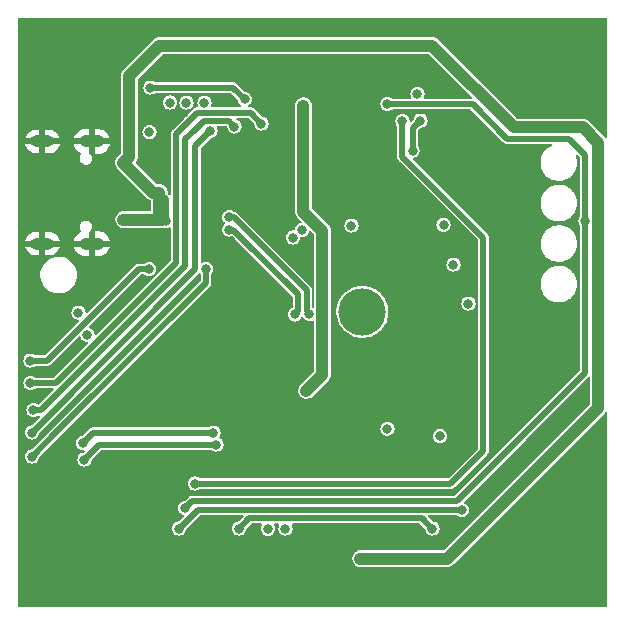
<source format=gbr>
G04 #@! TF.GenerationSoftware,KiCad,Pcbnew,5.99.0-unknown-d90d73416~104~ubuntu18.04.1*
G04 #@! TF.CreationDate,2020-10-29T17:21:16+01:00*
G04 #@! TF.ProjectId,TFGPS01A,54464750-5330-4314-912e-6b696361645f,REV*
G04 #@! TF.SameCoordinates,Original*
G04 #@! TF.FileFunction,Copper,L3,Inr*
G04 #@! TF.FilePolarity,Positive*
%FSLAX46Y46*%
G04 Gerber Fmt 4.6, Leading zero omitted, Abs format (unit mm)*
G04 Created by KiCad (PCBNEW 5.99.0-unknown-d90d73416~104~ubuntu18.04.1) date 2020-10-29 17:21:16*
%MOMM*%
%LPD*%
G01*
G04 APERTURE LIST*
G04 #@! TA.AperFunction,ComponentPad*
%ADD10C,6.000000*%
G04 #@! TD*
G04 #@! TA.AperFunction,ComponentPad*
%ADD11C,4.000000*%
G04 #@! TD*
G04 #@! TA.AperFunction,ComponentPad*
%ADD12O,2.000000X1.000000*%
G04 #@! TD*
G04 #@! TA.AperFunction,ComponentPad*
%ADD13O,2.100000X1.050000*%
G04 #@! TD*
G04 #@! TA.AperFunction,ViaPad*
%ADD14C,0.800000*%
G04 #@! TD*
G04 #@! TA.AperFunction,Conductor*
%ADD15C,0.500000*%
G04 #@! TD*
G04 #@! TA.AperFunction,Conductor*
%ADD16C,1.000000*%
G04 #@! TD*
G04 APERTURE END LIST*
D10*
X45720000Y5080000D03*
X5080000Y5080000D03*
X45720000Y45720000D03*
D11*
X29626000Y25450000D03*
D10*
X5080000Y45720000D03*
D12*
X2540000Y31240000D03*
X2540000Y39880000D03*
D13*
X6720000Y31240000D03*
X6720000Y39880000D03*
D14*
X38030074Y8692139D03*
X15443200Y10922000D03*
X14626252Y8843348D03*
X31038800Y11772010D03*
X32715200Y11772010D03*
X33020000Y41605200D03*
X19685000Y28575000D03*
X40640000Y48260000D03*
X11430000Y12700000D03*
X3810000Y38100000D03*
X3810000Y33020000D03*
X35814000Y18135600D03*
X31115000Y38735000D03*
X40640000Y46355000D03*
X10160000Y9525000D03*
X41910000Y16510000D03*
X17780000Y16510000D03*
X36830000Y22225000D03*
X32385000Y28575000D03*
X9525000Y49530000D03*
X16510000Y24765000D03*
X34239200Y18135600D03*
X32385000Y6350000D03*
X24130000Y44450000D03*
X11430000Y11430000D03*
X35560000Y37465000D03*
X31115000Y21590000D03*
X29845000Y38735000D03*
X10160000Y8255000D03*
X40640000Y5080000D03*
X15240000Y23495000D03*
X20955000Y28575000D03*
X34290000Y28575000D03*
X16510000Y21590000D03*
X32385000Y17780000D03*
X38735000Y24765000D03*
X8890000Y5080000D03*
X31115000Y37465000D03*
X17780000Y23495000D03*
X29845000Y37465000D03*
X9525000Y48260000D03*
X8890000Y2540000D03*
X41910000Y48260000D03*
X8890000Y3810000D03*
X31115000Y22860000D03*
X32156400Y14681200D03*
X8890000Y1270000D03*
X35560000Y38735000D03*
X41275000Y22225000D03*
X13335000Y11430000D03*
X30480000Y41910000D03*
X26035000Y5715000D03*
X28575000Y37465000D03*
X28575000Y38735000D03*
X41275000Y24765000D03*
X41275000Y6350000D03*
X29210000Y28575000D03*
X21945600Y11988800D03*
X3810000Y36830000D03*
X41275000Y18415000D03*
X28575000Y44450000D03*
X30480000Y28575000D03*
X3810000Y35560000D03*
X12065000Y20320000D03*
X24130000Y45720000D03*
X3810000Y34290000D03*
X11430000Y8255000D03*
X27940000Y27940000D03*
X27432000Y12141200D03*
X10160000Y16510000D03*
X13335000Y12700000D03*
X36830000Y37465000D03*
X11430000Y9525000D03*
X49530000Y13970000D03*
X36830000Y38735000D03*
X27381200Y14681200D03*
X41910000Y36195000D03*
X36169600Y16560800D03*
X25857200Y12141200D03*
X28575000Y40005000D03*
X26670000Y45720000D03*
X34848800Y26720800D03*
X30429200Y14020800D03*
X32461200Y26720800D03*
X33629600Y26619200D03*
X33985200Y23215600D03*
X25654000Y13665200D03*
X29260800Y14071600D03*
X27838400Y13360400D03*
X26720800Y13411200D03*
X21945600Y13665200D03*
X34747200Y16205200D03*
X33680400Y16205200D03*
X32766000Y16002000D03*
X23063200Y14020800D03*
X31851600Y23825200D03*
X24333200Y14071600D03*
X35966400Y25298400D03*
X36068000Y24028400D03*
X35864800Y26466800D03*
X28702000Y32766000D03*
X6350000Y23495000D03*
X24638000Y35306000D03*
X24638000Y42926000D03*
X24892000Y18796000D03*
X5588000Y25400000D03*
X35560000Y48006000D03*
X30480000Y48006000D03*
X29464000Y4572000D03*
X9398000Y33274000D03*
X46228000Y13970000D03*
X12446000Y35560000D03*
X13019000Y33147000D03*
X9398000Y38100000D03*
X36195000Y14922500D03*
X31750000Y15557500D03*
X33870000Y39116000D03*
X34544000Y41656000D03*
X31750000Y43053000D03*
X48514000Y33147000D03*
X37338000Y29464000D03*
X17272000Y14224000D03*
X6096000Y12954000D03*
X38608000Y26162000D03*
X34290000Y43903000D03*
X14097000Y7112000D03*
X36499999Y32842001D03*
X17018000Y15240000D03*
X5969000Y14351000D03*
X19177000Y7112000D03*
X35560000Y7112000D03*
X1524000Y19431000D03*
X21639041Y7101959D03*
X21082000Y41402000D03*
X11596000Y40654794D03*
X23114000Y7112000D03*
X1524000Y21336000D03*
X11557000Y29083000D03*
X1651000Y15240000D03*
X16764000Y40779989D03*
X18796000Y41148000D03*
X1778000Y17145000D03*
X13335000Y43180000D03*
X23749000Y31750000D03*
X24517223Y32390186D03*
X14732000Y43180000D03*
X16383000Y29083000D03*
X1651000Y13208000D03*
X16256000Y43180000D03*
X11684000Y44450000D03*
X19655000Y43464000D03*
X18359977Y32429000D03*
X23905541Y25243459D03*
X25146000Y25273000D03*
X18359977Y33479000D03*
D15*
X38007972Y8714241D02*
X38030074Y8692139D01*
X15231704Y9448800D02*
X14626252Y8843348D01*
X14097000Y7112000D02*
X15699241Y8714241D01*
X15699241Y8714241D02*
X38007972Y8714241D01*
X48514000Y33147000D02*
X48514000Y20320000D01*
X48514000Y20320000D02*
X37642800Y9448800D01*
X37642800Y9448800D02*
X15231704Y9448800D01*
X33020000Y41605200D02*
X33020000Y38608000D01*
X33020000Y38608000D02*
X39878000Y31750000D01*
X39878000Y31750000D02*
X39878000Y13716000D01*
X39878000Y13716000D02*
X37084000Y10922000D01*
X37084000Y10922000D02*
X15443200Y10922000D01*
X8382000Y14224000D02*
X17272000Y14224000D01*
X8382000Y14224000D02*
X7366000Y14224000D01*
X7366000Y14224000D02*
X6096000Y12954000D01*
D16*
X26246001Y32342001D02*
X26246001Y20150001D01*
X24638000Y35306000D02*
X24638000Y33950002D01*
X24638000Y33950002D02*
X26246001Y32342001D01*
X26246001Y20150001D02*
X24892000Y18796000D01*
X24638000Y42926000D02*
X24638000Y35306000D01*
X46228000Y13970000D02*
X36830000Y4572000D01*
X12446000Y33528000D02*
X12700000Y33274000D01*
X12446000Y35560000D02*
X12446000Y33528000D01*
D15*
X13019000Y33147000D02*
X13019000Y34987000D01*
X9398000Y33274000D02*
X12192000Y33274000D01*
D16*
X49614001Y39793999D02*
X49614001Y17356001D01*
X12446000Y48006000D02*
X30480000Y48006000D01*
X12446000Y35560000D02*
X11938000Y35560000D01*
X35560000Y48006000D02*
X42483990Y41082010D01*
X30480000Y48006000D02*
X35560000Y48006000D01*
X42483990Y41082010D02*
X48325990Y41082010D01*
D15*
X12892000Y33274000D02*
X13019000Y33147000D01*
D16*
X36830000Y4572000D02*
X29464000Y4572000D01*
D15*
X13019000Y34987000D02*
X12446000Y35560000D01*
D16*
X9906000Y45466000D02*
X12446000Y48006000D01*
X48325990Y41082010D02*
X49614001Y39793999D01*
X9398000Y33274000D02*
X12700000Y33274000D01*
X9906000Y38608000D02*
X9906000Y45466000D01*
D15*
X12192000Y33274000D02*
X12892000Y33274000D01*
D16*
X49614001Y17356001D02*
X46228000Y13970000D01*
X9398000Y38100000D02*
X9906000Y38608000D01*
X11938000Y35560000D02*
X9398000Y38100000D01*
D15*
X33870000Y40982000D02*
X34544000Y41656000D01*
X33870000Y39116000D02*
X33870000Y40982000D01*
X38989000Y43053000D02*
X41910000Y40132000D01*
X48514000Y38735000D02*
X47117000Y40132000D01*
X47117000Y40132000D02*
X41910000Y40132000D01*
X31750000Y43053000D02*
X38989000Y43053000D01*
X48514000Y33147000D02*
X48514000Y38735000D01*
X5969000Y14351000D02*
X6858000Y15240000D01*
X6858000Y15240000D02*
X16510000Y15240000D01*
X36487999Y32830001D02*
X36499999Y32842001D01*
X16510000Y15240000D02*
X17018000Y15240000D01*
X20066000Y8001000D02*
X34671000Y8001000D01*
X34671000Y8001000D02*
X35560000Y7112000D01*
X19177000Y7112000D02*
X20066000Y8001000D01*
X14962046Y41594010D02*
X14962046Y41632046D01*
X13869001Y40500965D02*
X13869001Y29617001D01*
X13869001Y29617001D02*
X3683000Y19431000D01*
X14962046Y41632046D02*
X15659999Y42329999D01*
X20154001Y42329999D02*
X21082000Y41402000D01*
X15659999Y42329999D02*
X20154001Y42329999D01*
X3683000Y19431000D02*
X1524000Y19431000D01*
X14897036Y41529000D02*
X13869001Y40500965D01*
X14897036Y41529000D02*
X14962046Y41594010D01*
X10679998Y29083000D02*
X2932998Y21336000D01*
X11557000Y29083000D02*
X10679998Y29083000D01*
X2932998Y21336000D02*
X1524000Y21336000D01*
X15494000Y29083000D02*
X1651000Y15240000D01*
X15494000Y29083000D02*
X15494000Y39370000D01*
X16764000Y40779989D02*
X15494000Y39509989D01*
X15494000Y39509989D02*
X15494000Y39370000D01*
X14643999Y38696001D02*
X14643999Y40073881D01*
X2413000Y17145000D02*
X1778000Y17145000D01*
X16200107Y41629989D02*
X18314011Y41629989D01*
X14643999Y30060001D02*
X14643999Y29425001D01*
X15464118Y40894000D02*
X16200107Y41629989D01*
X14643999Y29425001D02*
X14643999Y29375999D01*
X14643999Y38696001D02*
X14643999Y30060001D01*
X14643999Y40073881D02*
X15464118Y40894000D01*
X18314011Y41629989D02*
X18796000Y41148000D01*
X14643999Y29375999D02*
X2413000Y17145000D01*
X3796981Y15353981D02*
X16383000Y27940000D01*
X1651000Y13208000D02*
X3796981Y15353981D01*
X16383000Y27940000D02*
X16383000Y29083000D01*
X18669000Y44450000D02*
X19655000Y43464000D01*
X11684000Y44450000D02*
X18669000Y44450000D01*
X19132339Y32004000D02*
X18707339Y32429000D01*
X24165541Y26970798D02*
X19132339Y32004000D01*
X24165541Y25503459D02*
X24165541Y26970798D01*
X23905541Y25243459D02*
X24165541Y25503459D01*
X18707339Y32429000D02*
X18359977Y32429000D01*
X24915541Y27281459D02*
X19662670Y32534330D01*
X24915541Y25503459D02*
X24915541Y27281459D01*
X25146000Y25273000D02*
X24915541Y25503459D01*
X18718000Y33479000D02*
X19662670Y32534330D01*
X18359977Y33479000D02*
X18718000Y33479000D01*
G04 #@! TA.AperFunction,Conductor*
G36*
X50314208Y50325178D02*
G01*
X50346000Y50257000D01*
X50346000Y40252740D01*
X50325178Y40195532D01*
X50272455Y40165092D01*
X50212500Y40175664D01*
X50186394Y40198557D01*
X50182231Y40203983D01*
X50179511Y40207728D01*
X50166512Y40226641D01*
X50143204Y40260555D01*
X50098321Y40300544D01*
X50094612Y40304044D01*
X48839195Y41559460D01*
X48835061Y41563886D01*
X48824360Y41576153D01*
X48798062Y41606299D01*
X48745613Y41643161D01*
X48741872Y41645939D01*
X48695681Y41682158D01*
X48695679Y41682159D01*
X48691458Y41685469D01*
X48686567Y41687677D01*
X48686564Y41687679D01*
X48682227Y41689637D01*
X48667675Y41697936D01*
X48659375Y41703770D01*
X48654375Y41705720D01*
X48654370Y41705722D01*
X48599651Y41727055D01*
X48595366Y41728856D01*
X48536963Y41755226D01*
X48531695Y41756202D01*
X48531693Y41756203D01*
X48526997Y41757073D01*
X48510889Y41761662D01*
X48506443Y41763395D01*
X48506442Y41763395D01*
X48501441Y41765345D01*
X48437892Y41773711D01*
X48433296Y41774439D01*
X48408504Y41779034D01*
X48375566Y41785139D01*
X48375564Y41785139D01*
X48370288Y41786117D01*
X48364927Y41785808D01*
X48364926Y41785808D01*
X48310300Y41782658D01*
X48305177Y41782510D01*
X42811011Y41782510D01*
X42748079Y41808577D01*
X36073206Y48483449D01*
X36069071Y48487876D01*
X36035598Y48526247D01*
X36032072Y48530289D01*
X35979623Y48567151D01*
X35975882Y48569929D01*
X35929691Y48606148D01*
X35929689Y48606149D01*
X35925468Y48609459D01*
X35920577Y48611667D01*
X35920574Y48611669D01*
X35916237Y48613627D01*
X35901685Y48621926D01*
X35893385Y48627760D01*
X35888385Y48629710D01*
X35888380Y48629712D01*
X35833661Y48651045D01*
X35829376Y48652846D01*
X35770973Y48679216D01*
X35765705Y48680192D01*
X35765703Y48680193D01*
X35761007Y48681063D01*
X35744899Y48685652D01*
X35740453Y48687385D01*
X35740452Y48687385D01*
X35735451Y48689335D01*
X35671902Y48697701D01*
X35667306Y48698429D01*
X35642514Y48703024D01*
X35609576Y48709129D01*
X35609574Y48709129D01*
X35604298Y48710107D01*
X35598937Y48709798D01*
X35598936Y48709798D01*
X35544310Y48706648D01*
X35539187Y48706500D01*
X12471263Y48706500D01*
X12465209Y48706706D01*
X12409076Y48710533D01*
X12403793Y48709611D01*
X12394465Y48707983D01*
X12345916Y48699509D01*
X12341321Y48698832D01*
X12277715Y48691135D01*
X12272696Y48689238D01*
X12272690Y48689237D01*
X12268230Y48687552D01*
X12252081Y48683134D01*
X12247371Y48682312D01*
X12247365Y48682310D01*
X12242087Y48681389D01*
X12237177Y48679234D01*
X12237175Y48679233D01*
X12183405Y48655630D01*
X12179092Y48653870D01*
X12124169Y48633116D01*
X12124165Y48633114D01*
X12119145Y48631217D01*
X12110785Y48625472D01*
X12096158Y48617330D01*
X12086871Y48613253D01*
X12082621Y48609992D01*
X12082616Y48609989D01*
X12036019Y48574234D01*
X12032263Y48571505D01*
X11979444Y48535203D01*
X11975873Y48531194D01*
X11975872Y48531194D01*
X11939461Y48490327D01*
X11935943Y48486600D01*
X9428544Y45979199D01*
X9424117Y45975064D01*
X9381712Y45938072D01*
X9378629Y45933685D01*
X9344852Y45885626D01*
X9342074Y45881886D01*
X9302541Y45831468D01*
X9298371Y45822231D01*
X9290068Y45807676D01*
X9284241Y45799385D01*
X9282293Y45794389D01*
X9282292Y45794387D01*
X9260962Y45739679D01*
X9259157Y45735385D01*
X9232784Y45676973D01*
X9231807Y45671701D01*
X9231804Y45671692D01*
X9230935Y45667002D01*
X9226347Y45650895D01*
X9224616Y45646456D01*
X9224613Y45646446D01*
X9222666Y45641451D01*
X9221966Y45636131D01*
X9221964Y45636125D01*
X9214300Y45577917D01*
X9213572Y45573317D01*
X9201893Y45510298D01*
X9202202Y45504937D01*
X9202202Y45504935D01*
X9205353Y45450292D01*
X9205501Y45445169D01*
X9205500Y38935021D01*
X9179433Y38872089D01*
X8889306Y38581961D01*
X8888975Y38581632D01*
X8845105Y38538219D01*
X8842301Y38533643D01*
X8842300Y38533642D01*
X8824602Y38504761D01*
X8818759Y38496353D01*
X8794541Y38465468D01*
X8792334Y38460581D01*
X8792332Y38460577D01*
X8780098Y38433481D01*
X8774868Y38423604D01*
X8756534Y38393685D01*
X8754904Y38388577D01*
X8744605Y38356305D01*
X8740933Y38346739D01*
X8737271Y38338629D01*
X8724784Y38310973D01*
X8718972Y38279609D01*
X8718390Y38276470D01*
X8715666Y38265626D01*
X8706629Y38237313D01*
X8706628Y38237307D01*
X8704997Y38232197D01*
X8704632Y38226841D01*
X8702328Y38193047D01*
X8701044Y38182881D01*
X8697918Y38166012D01*
X8693893Y38144298D01*
X8694202Y38138937D01*
X8694202Y38138935D01*
X8695912Y38109273D01*
X8695854Y38098099D01*
X8695483Y38092654D01*
X8693467Y38063078D01*
X8700217Y38024401D01*
X8701392Y38014236D01*
X8703651Y37975067D01*
X8705228Y37969941D01*
X8705229Y37969935D01*
X8713967Y37941533D01*
X8716576Y37930669D01*
X8722611Y37896089D01*
X8724767Y37891178D01*
X8738385Y37860154D01*
X8741957Y37850550D01*
X8753494Y37813048D01*
X8756245Y37808451D01*
X8756248Y37808445D01*
X8771518Y37782931D01*
X8776643Y37773003D01*
X8790747Y37740872D01*
X8794015Y37736613D01*
X8814632Y37709745D01*
X8820392Y37701271D01*
X8840546Y37667595D01*
X8844321Y37663780D01*
X8844322Y37663779D01*
X8867456Y37640401D01*
X8869640Y37638057D01*
X8870803Y37636542D01*
X8916176Y37591169D01*
X8959781Y37547105D01*
X8960696Y37546544D01*
X8961656Y37545689D01*
X11424809Y35082534D01*
X11428942Y35078109D01*
X11465928Y35035711D01*
X11518381Y34998847D01*
X11522119Y34996070D01*
X11572531Y34956542D01*
X11581766Y34952372D01*
X11596313Y34944074D01*
X11600224Y34941325D01*
X11600231Y34941321D01*
X11604615Y34938240D01*
X11609609Y34936293D01*
X11664333Y34914957D01*
X11668628Y34913151D01*
X11693124Y34902091D01*
X11736695Y34859573D01*
X11745500Y34820976D01*
X11745501Y34063500D01*
X11724679Y34006292D01*
X11656501Y33974500D01*
X9356683Y33974500D01*
X9229715Y33959135D01*
X9071145Y33899217D01*
X9045943Y33881896D01*
X8935869Y33806245D01*
X8935865Y33806241D01*
X8931444Y33803203D01*
X8927873Y33799194D01*
X8927872Y33799194D01*
X8913676Y33783261D01*
X8818679Y33676638D01*
X8816169Y33671897D01*
X8816168Y33671896D01*
X8744356Y33536266D01*
X8739359Y33526829D01*
X8698063Y33362423D01*
X8697176Y33192912D01*
X8736748Y33028082D01*
X8814495Y32877450D01*
X8925928Y32749711D01*
X8989000Y32705383D01*
X9034744Y32673234D01*
X9064615Y32652240D01*
X9222549Y32590665D01*
X9260148Y32585715D01*
X9350041Y32573880D01*
X9350046Y32573880D01*
X9352930Y32573500D01*
X12628059Y32573500D01*
X12644277Y32572010D01*
X12650421Y32570871D01*
X12650426Y32570871D01*
X12655701Y32569893D01*
X12661062Y32570202D01*
X12661063Y32570202D01*
X12715690Y32573352D01*
X12720813Y32573500D01*
X12741317Y32573500D01*
X12751497Y32574732D01*
X12759531Y32575704D01*
X12765098Y32576201D01*
X12767703Y32576351D01*
X12800244Y32578228D01*
X12839427Y32571600D01*
X12862285Y32562132D01*
X13019000Y32541500D01*
X13175715Y32562132D01*
X13198573Y32571600D01*
X13295443Y32611725D01*
X13356265Y32614381D01*
X13404564Y32577320D01*
X13418502Y32529500D01*
X13418502Y29840471D01*
X13392435Y29777538D01*
X7101077Y23486180D01*
X7045901Y23460452D01*
X6987096Y23476208D01*
X6949905Y23537496D01*
X6934868Y23651715D01*
X6874378Y23797750D01*
X6778153Y23923153D01*
X6652750Y24019378D01*
X6506715Y24079868D01*
X6502487Y24080425D01*
X6453109Y24115001D01*
X6437354Y24173807D01*
X6463082Y24228981D01*
X10840534Y28606433D01*
X10903467Y28632500D01*
X11127758Y28632500D01*
X11181938Y28614108D01*
X11249616Y28562177D01*
X11249620Y28562175D01*
X11254250Y28558622D01*
X11259642Y28556388D01*
X11259643Y28556388D01*
X11394894Y28500365D01*
X11400285Y28498132D01*
X11557000Y28477500D01*
X11713715Y28498132D01*
X11859750Y28558622D01*
X11985153Y28654847D01*
X12081378Y28780250D01*
X12141868Y28926285D01*
X12162500Y29083000D01*
X12141868Y29239715D01*
X12081378Y29385750D01*
X12054945Y29420199D01*
X11988708Y29506520D01*
X11985153Y29511153D01*
X11859750Y29607378D01*
X11713715Y29667868D01*
X11557000Y29688500D01*
X11400285Y29667868D01*
X11394894Y29665635D01*
X11279778Y29617952D01*
X11254250Y29607378D01*
X11249620Y29603825D01*
X11249616Y29603823D01*
X11181938Y29551892D01*
X11127758Y29533500D01*
X10711274Y29533500D01*
X10700813Y29534117D01*
X10698729Y29534364D01*
X10665690Y29538274D01*
X10659147Y29537079D01*
X10659146Y29537079D01*
X10607445Y29527637D01*
X10604688Y29527178D01*
X10572163Y29522288D01*
X10546063Y29518364D01*
X10540274Y29515584D01*
X10538765Y29515094D01*
X10532452Y29513941D01*
X10479879Y29486631D01*
X10477418Y29485402D01*
X10429972Y29462619D01*
X10429965Y29462614D01*
X10423969Y29459735D01*
X10419839Y29455917D01*
X10416762Y29453844D01*
X10412261Y29451506D01*
X10408408Y29448215D01*
X10408403Y29448212D01*
X10407712Y29447621D01*
X10406369Y29446474D01*
X10367807Y29407912D01*
X10365287Y29405490D01*
X10324512Y29367798D01*
X10321172Y29362048D01*
X10321132Y29361998D01*
X10314607Y29354712D01*
X8237971Y27278075D01*
X6340473Y25380577D01*
X6285297Y25354848D01*
X6226492Y25370604D01*
X6189301Y25431892D01*
X6172868Y25556715D01*
X6112378Y25702750D01*
X6088517Y25733847D01*
X6019708Y25823520D01*
X6016153Y25828153D01*
X5975627Y25859250D01*
X5895378Y25920827D01*
X5895377Y25920828D01*
X5890750Y25924378D01*
X5744715Y25984868D01*
X5588000Y26005500D01*
X5431285Y25984868D01*
X5285250Y25924378D01*
X5280623Y25920828D01*
X5280622Y25920827D01*
X5200373Y25859250D01*
X5159847Y25828153D01*
X5156292Y25823520D01*
X5087484Y25733847D01*
X5063622Y25702750D01*
X5003132Y25556715D01*
X4982500Y25400000D01*
X5003132Y25243285D01*
X5063622Y25097250D01*
X5067172Y25092623D01*
X5067173Y25092622D01*
X5098378Y25051955D01*
X5159847Y24971847D01*
X5285250Y24875622D01*
X5431285Y24815132D01*
X5556107Y24798699D01*
X5610108Y24770588D01*
X5633405Y24714342D01*
X5607423Y24647527D01*
X2772463Y21812567D01*
X2709530Y21786500D01*
X1953242Y21786500D01*
X1899062Y21804892D01*
X1831384Y21856823D01*
X1831380Y21856825D01*
X1826750Y21860378D01*
X1680715Y21920868D01*
X1524000Y21941500D01*
X1367285Y21920868D01*
X1221250Y21860378D01*
X1095847Y21764153D01*
X999622Y21638750D01*
X939132Y21492715D01*
X918500Y21336000D01*
X939132Y21179285D01*
X999622Y21033250D01*
X1003172Y21028623D01*
X1003173Y21028622D01*
X1076077Y20933612D01*
X1095847Y20907847D01*
X1221250Y20811622D01*
X1367285Y20751132D01*
X1524000Y20730500D01*
X1680715Y20751132D01*
X1826750Y20811622D01*
X1831380Y20815175D01*
X1831384Y20815177D01*
X1899062Y20867108D01*
X1953242Y20885500D01*
X2901721Y20885500D01*
X2912182Y20884883D01*
X2947305Y20880726D01*
X3005554Y20891364D01*
X3008312Y20891823D01*
X3060356Y20899647D01*
X3060357Y20899647D01*
X3066933Y20900636D01*
X3072726Y20903418D01*
X3074227Y20903906D01*
X3080542Y20905059D01*
X3133107Y20932364D01*
X3135605Y20933612D01*
X3183030Y20956385D01*
X3183031Y20956386D01*
X3189027Y20959265D01*
X3193156Y20963082D01*
X3196231Y20965155D01*
X3200734Y20967493D01*
X3204589Y20970786D01*
X3204592Y20970788D01*
X3205302Y20971395D01*
X3206626Y20972526D01*
X3245176Y21011076D01*
X3247696Y21013498D01*
X3264057Y21028622D01*
X3288484Y21051202D01*
X3291828Y21056959D01*
X3291863Y21057003D01*
X3298391Y21064291D01*
X5616020Y23381919D01*
X5671195Y23407647D01*
X5730000Y23391891D01*
X5764576Y23342511D01*
X5765132Y23338285D01*
X5825622Y23192250D01*
X5921847Y23066847D01*
X6047250Y22970622D01*
X6193285Y22910132D01*
X6307506Y22895094D01*
X6361506Y22866984D01*
X6384803Y22810738D01*
X6358821Y22743924D01*
X3522466Y19907568D01*
X3459533Y19881500D01*
X1953242Y19881500D01*
X1899062Y19899892D01*
X1831384Y19951823D01*
X1831380Y19951825D01*
X1826750Y19955378D01*
X1792527Y19969554D01*
X1686106Y20013635D01*
X1680715Y20015868D01*
X1524000Y20036500D01*
X1367285Y20015868D01*
X1221250Y19955378D01*
X1095847Y19859153D01*
X999622Y19733750D01*
X939132Y19587715D01*
X918500Y19431000D01*
X939132Y19274285D01*
X999622Y19128250D01*
X1095847Y19002847D01*
X1221250Y18906622D01*
X1367285Y18846132D01*
X1524000Y18825500D01*
X1680715Y18846132D01*
X1826750Y18906622D01*
X1831380Y18910175D01*
X1831384Y18910177D01*
X1899062Y18962108D01*
X1953242Y18980500D01*
X3396532Y18980500D01*
X3453740Y18959678D01*
X3484180Y18906955D01*
X3459465Y18828567D01*
X2260154Y17629256D01*
X2204978Y17603528D01*
X2143041Y17621581D01*
X2085384Y17665823D01*
X2085380Y17665825D01*
X2080750Y17669378D01*
X2047809Y17683023D01*
X1940106Y17727635D01*
X1934715Y17729868D01*
X1778000Y17750500D01*
X1621285Y17729868D01*
X1475250Y17669378D01*
X1470623Y17665828D01*
X1470622Y17665827D01*
X1378970Y17595500D01*
X1349847Y17573153D01*
X1253622Y17447750D01*
X1193132Y17301715D01*
X1172500Y17145000D01*
X1193132Y16988285D01*
X1253622Y16842250D01*
X1349847Y16716847D01*
X1475250Y16620622D01*
X1621285Y16560132D01*
X1778000Y16539500D01*
X1934715Y16560132D01*
X2080750Y16620622D01*
X2085380Y16624175D01*
X2085384Y16624177D01*
X2153062Y16676108D01*
X2207242Y16694500D01*
X2253532Y16694500D01*
X2310740Y16673678D01*
X2341180Y16620955D01*
X2316465Y16542567D01*
X1635969Y15862071D01*
X1584654Y15836766D01*
X1494285Y15824868D01*
X1348250Y15764378D01*
X1343623Y15760828D01*
X1343622Y15760827D01*
X1287099Y15717455D01*
X1222847Y15668153D01*
X1219292Y15663520D01*
X1185603Y15619615D01*
X1126622Y15542750D01*
X1066132Y15396715D01*
X1045500Y15240000D01*
X1066132Y15083285D01*
X1126622Y14937250D01*
X1222847Y14811847D01*
X1227480Y14808292D01*
X1305562Y14748378D01*
X1348250Y14715622D01*
X1447527Y14674500D01*
X1486449Y14658378D01*
X1494285Y14655132D01*
X1651000Y14634500D01*
X1807715Y14655132D01*
X1815552Y14658378D01*
X1854473Y14674500D01*
X1953750Y14715622D01*
X1996439Y14748378D01*
X2074520Y14808292D01*
X2079153Y14811847D01*
X2175378Y14937250D01*
X2235868Y15083285D01*
X2247766Y15173654D01*
X2273071Y15224969D01*
X15773719Y28725616D01*
X15828895Y28751344D01*
X15907258Y28716866D01*
X15914107Y28707941D01*
X15932501Y28653758D01*
X15932500Y28163469D01*
X15906433Y28100536D01*
X9668510Y21862612D01*
X3523359Y15717461D01*
X3523352Y15717455D01*
X1635969Y13830071D01*
X1584655Y13804766D01*
X1544123Y13799429D01*
X1494285Y13792868D01*
X1348250Y13732378D01*
X1343623Y13728828D01*
X1343622Y13728827D01*
X1302653Y13697390D01*
X1222847Y13636153D01*
X1219292Y13631520D01*
X1130350Y13515608D01*
X1126622Y13510750D01*
X1066132Y13364715D01*
X1045500Y13208000D01*
X1066132Y13051285D01*
X1126622Y12905250D01*
X1222847Y12779847D01*
X1348250Y12683622D01*
X1494285Y12623132D01*
X1651000Y12602500D01*
X1807715Y12623132D01*
X1953750Y12683622D01*
X2079153Y12779847D01*
X2175378Y12905250D01*
X2235868Y13051285D01*
X2247766Y13141655D01*
X2273073Y13192971D01*
X3431102Y14351000D01*
X5363500Y14351000D01*
X5384132Y14194285D01*
X5444622Y14048250D01*
X5540847Y13922847D01*
X5666250Y13826622D01*
X5812285Y13766132D01*
X5969000Y13745500D01*
X5974780Y13746261D01*
X5983683Y13747433D01*
X6033116Y13753941D01*
X6092553Y13740764D01*
X6129614Y13692465D01*
X6126958Y13631643D01*
X6107666Y13602769D01*
X6080968Y13576071D01*
X6029653Y13550766D01*
X5939285Y13538868D01*
X5793250Y13478378D01*
X5667847Y13382153D01*
X5571622Y13256750D01*
X5511132Y13110715D01*
X5490500Y12954000D01*
X5511132Y12797285D01*
X5571622Y12651250D01*
X5575172Y12646623D01*
X5575173Y12646622D01*
X5608445Y12603261D01*
X5667847Y12525847D01*
X5793250Y12429622D01*
X5939285Y12369132D01*
X6096000Y12348500D01*
X6252715Y12369132D01*
X6398750Y12429622D01*
X6524153Y12525847D01*
X6583555Y12603261D01*
X6616827Y12646622D01*
X6616828Y12646623D01*
X6620378Y12651250D01*
X6680868Y12797285D01*
X6692766Y12887653D01*
X6718071Y12938968D01*
X7526536Y13747433D01*
X7589469Y13773500D01*
X16842758Y13773500D01*
X16896938Y13755108D01*
X16964616Y13703177D01*
X16964620Y13703175D01*
X16969250Y13699622D01*
X16974642Y13697388D01*
X16974643Y13697388D01*
X17109894Y13641365D01*
X17115285Y13639132D01*
X17272000Y13618500D01*
X17428715Y13639132D01*
X17442264Y13644744D01*
X17465155Y13654226D01*
X17574750Y13699622D01*
X17588935Y13710506D01*
X17695520Y13792292D01*
X17700153Y13795847D01*
X17796378Y13921250D01*
X17856868Y14067285D01*
X17877500Y14224000D01*
X17856868Y14380715D01*
X17796378Y14526750D01*
X17749531Y14587803D01*
X17703708Y14647520D01*
X17700153Y14652153D01*
X17620347Y14713390D01*
X17579378Y14744827D01*
X17579377Y14744828D01*
X17574750Y14748378D01*
X17569365Y14750609D01*
X17569359Y14750612D01*
X17547371Y14759719D01*
X17502485Y14800848D01*
X17494539Y14861207D01*
X17510819Y14896121D01*
X17531060Y14922500D01*
X35589500Y14922500D01*
X35610132Y14765785D01*
X35670622Y14619750D01*
X35766847Y14494347D01*
X35892250Y14398122D01*
X36038285Y14337632D01*
X36195000Y14317000D01*
X36351715Y14337632D01*
X36497750Y14398122D01*
X36623153Y14494347D01*
X36719378Y14619750D01*
X36779868Y14765785D01*
X36800500Y14922500D01*
X36779868Y15079215D01*
X36719378Y15225250D01*
X36623153Y15350653D01*
X36497750Y15446878D01*
X36351715Y15507368D01*
X36195000Y15528000D01*
X36038285Y15507368D01*
X35892250Y15446878D01*
X35766847Y15350653D01*
X35670622Y15225250D01*
X35610132Y15079215D01*
X35589500Y14922500D01*
X17531060Y14922500D01*
X17542378Y14937250D01*
X17602868Y15083285D01*
X17623500Y15240000D01*
X17602868Y15396715D01*
X17542378Y15542750D01*
X17531061Y15557500D01*
X31144500Y15557500D01*
X31165132Y15400785D01*
X31225622Y15254750D01*
X31321847Y15129347D01*
X31447250Y15033122D01*
X31593285Y14972632D01*
X31750000Y14952000D01*
X31906715Y14972632D01*
X32052750Y15033122D01*
X32178153Y15129347D01*
X32274378Y15254750D01*
X32334868Y15400785D01*
X32355500Y15557500D01*
X32334868Y15714215D01*
X32274378Y15860250D01*
X32178153Y15985653D01*
X32052750Y16081878D01*
X31906715Y16142368D01*
X31750000Y16163000D01*
X31593285Y16142368D01*
X31447250Y16081878D01*
X31321847Y15985653D01*
X31225622Y15860250D01*
X31165132Y15714215D01*
X31144500Y15557500D01*
X17531061Y15557500D01*
X17483398Y15619615D01*
X17449708Y15663520D01*
X17446153Y15668153D01*
X17381901Y15717455D01*
X17325378Y15760827D01*
X17325377Y15760828D01*
X17320750Y15764378D01*
X17174715Y15824868D01*
X17018000Y15845500D01*
X16861285Y15824868D01*
X16715250Y15764378D01*
X16710620Y15760825D01*
X16710616Y15760823D01*
X16642938Y15708892D01*
X16588758Y15690500D01*
X6889282Y15690500D01*
X6878821Y15691117D01*
X6843692Y15695275D01*
X6837149Y15694080D01*
X6837148Y15694080D01*
X6785418Y15684633D01*
X6782662Y15684174D01*
X6752311Y15679611D01*
X6724065Y15675364D01*
X6718279Y15672586D01*
X6716772Y15672096D01*
X6710455Y15670942D01*
X6657844Y15643613D01*
X6655383Y15642384D01*
X6607967Y15619615D01*
X6607964Y15619613D01*
X6601971Y15616735D01*
X6597844Y15612920D01*
X6594765Y15610845D01*
X6590264Y15608507D01*
X6584371Y15603474D01*
X6545809Y15564912D01*
X6543289Y15562490D01*
X6502514Y15524798D01*
X6499174Y15519049D01*
X6499138Y15519003D01*
X6492613Y15511716D01*
X5953968Y14973071D01*
X5902653Y14947766D01*
X5812285Y14935868D01*
X5806894Y14933635D01*
X5793966Y14928280D01*
X5666250Y14875378D01*
X5661623Y14871828D01*
X5661622Y14871827D01*
X5557806Y14792166D01*
X5540847Y14779153D01*
X5537292Y14774520D01*
X5492354Y14715955D01*
X5444622Y14653750D01*
X5384132Y14507715D01*
X5363500Y14351000D01*
X3431102Y14351000D01*
X4139049Y15058946D01*
X4139053Y15058950D01*
X16679437Y27599333D01*
X16687270Y27606293D01*
X16709819Y27624069D01*
X16709820Y27624070D01*
X16715045Y27628189D01*
X16748731Y27676928D01*
X16750357Y27679203D01*
X16781601Y27721503D01*
X16781602Y27721506D01*
X16785555Y27726857D01*
X16787683Y27732916D01*
X16788400Y27734325D01*
X16792052Y27739608D01*
X16809930Y27796140D01*
X16810807Y27798765D01*
X16828225Y27848365D01*
X16828225Y27848368D01*
X16830431Y27854648D01*
X16830651Y27860253D01*
X16831364Y27863914D01*
X16832892Y27868744D01*
X16833500Y27876469D01*
X16833500Y27931011D01*
X16833569Y27934506D01*
X16835488Y27983331D01*
X16835488Y27983334D01*
X16835749Y27989984D01*
X16834043Y27996420D01*
X16834037Y27996470D01*
X16833500Y28006236D01*
X16833500Y28653758D01*
X16851892Y28707938D01*
X16903823Y28775616D01*
X16903825Y28775620D01*
X16907378Y28780250D01*
X16925341Y28823615D01*
X16965635Y28920894D01*
X16967868Y28926285D01*
X16988500Y29083000D01*
X16967868Y29239715D01*
X16907378Y29385750D01*
X16880945Y29420199D01*
X16814708Y29506520D01*
X16811153Y29511153D01*
X16685750Y29607378D01*
X16539715Y29667868D01*
X16383000Y29688500D01*
X16226285Y29667868D01*
X16080250Y29607378D01*
X16077235Y29605064D01*
X16018045Y29594628D01*
X15965322Y29625069D01*
X15944500Y29682276D01*
X15944500Y33479000D01*
X17754477Y33479000D01*
X17775109Y33322285D01*
X17835599Y33176250D01*
X17839149Y33171623D01*
X17839150Y33171622D01*
X17862478Y33141220D01*
X17931824Y33050847D01*
X17936457Y33047292D01*
X17966019Y33024608D01*
X17998729Y32973263D01*
X17990783Y32912904D01*
X17966019Y32883392D01*
X17953005Y32873406D01*
X17931824Y32857153D01*
X17928269Y32852520D01*
X17854003Y32755734D01*
X17835599Y32731750D01*
X17805424Y32658901D01*
X17783813Y32606727D01*
X17775109Y32585715D01*
X17754477Y32429000D01*
X17775109Y32272285D01*
X17835599Y32126250D01*
X17839149Y32121623D01*
X17839150Y32121622D01*
X17883804Y32063428D01*
X17931824Y32000847D01*
X17936457Y31997292D01*
X18047474Y31912106D01*
X18057227Y31904622D01*
X18203262Y31844132D01*
X18359977Y31823500D01*
X18516692Y31844132D01*
X18522083Y31846365D01*
X18559622Y31861914D01*
X18620444Y31864570D01*
X18656614Y31842622D01*
X18837304Y31661932D01*
X18837319Y31661918D01*
X23688975Y26810261D01*
X23715042Y26747329D01*
X23715041Y25873800D01*
X23694219Y25816592D01*
X23660101Y25791576D01*
X23602791Y25767837D01*
X23477388Y25671612D01*
X23473833Y25666979D01*
X23389060Y25556500D01*
X23381163Y25546209D01*
X23320673Y25400174D01*
X23300041Y25243459D01*
X23320673Y25086744D01*
X23381163Y24940709D01*
X23477388Y24815306D01*
X23482021Y24811751D01*
X23578494Y24737725D01*
X23602791Y24719081D01*
X23748826Y24658591D01*
X23905541Y24637959D01*
X24062256Y24658591D01*
X24208291Y24719081D01*
X24232589Y24737725D01*
X24329061Y24811751D01*
X24333694Y24815306D01*
X24429919Y24940709D01*
X24449664Y24988377D01*
X24490794Y25033262D01*
X24551153Y25041208D01*
X24614114Y24988376D01*
X24621622Y24970250D01*
X24625172Y24965623D01*
X24625173Y24965622D01*
X24647841Y24936081D01*
X24717847Y24844847D01*
X24722480Y24841292D01*
X24817191Y24768618D01*
X24843250Y24748622D01*
X24989285Y24688132D01*
X25146000Y24667500D01*
X25302715Y24688132D01*
X25339382Y24703320D01*
X25422443Y24737725D01*
X25483265Y24740381D01*
X25531564Y24703320D01*
X25545502Y24655500D01*
X25545502Y20477023D01*
X25519435Y20414091D01*
X24367457Y19262112D01*
X24330151Y19214535D01*
X24291847Y19165685D01*
X24291845Y19165682D01*
X24288541Y19161468D01*
X24286336Y19156584D01*
X24220990Y19011860D01*
X24220989Y19011856D01*
X24218784Y19006973D01*
X24217807Y19001703D01*
X24217807Y19001702D01*
X24199772Y18904390D01*
X24187893Y18840298D01*
X24197651Y18671067D01*
X24247494Y18509048D01*
X24334546Y18363595D01*
X24453781Y18243105D01*
X24598315Y18154534D01*
X24603421Y18152905D01*
X24603422Y18152904D01*
X24754689Y18104629D01*
X24759803Y18102997D01*
X24928922Y18091467D01*
X25095911Y18120611D01*
X25251128Y18188747D01*
X25255387Y18192015D01*
X25353148Y18267030D01*
X25353152Y18267034D01*
X25355458Y18268803D01*
X26723466Y19636809D01*
X26727892Y19640943D01*
X26766248Y19674403D01*
X26770290Y19677929D01*
X26807149Y19730373D01*
X26809926Y19734112D01*
X26846147Y19780308D01*
X26849460Y19784533D01*
X26851671Y19789429D01*
X26853634Y19793775D01*
X26861927Y19808314D01*
X26864677Y19812227D01*
X26864679Y19812230D01*
X26867761Y19816616D01*
X26891044Y19876335D01*
X26892839Y19880606D01*
X26919217Y19939027D01*
X26921065Y19948996D01*
X26925652Y19965100D01*
X26927388Y19969554D01*
X26929336Y19974550D01*
X26937701Y20038085D01*
X26938430Y20042687D01*
X26949131Y20100425D01*
X26949131Y20100427D01*
X26950109Y20105703D01*
X26946649Y20165710D01*
X26946501Y20170832D01*
X26946501Y25357664D01*
X27422934Y25357664D01*
X27454499Y25067106D01*
X27524215Y24783274D01*
X27630856Y24511157D01*
X27632286Y24508576D01*
X27632289Y24508571D01*
X27771117Y24258119D01*
X27771121Y24258113D01*
X27772551Y24255533D01*
X27774308Y24253167D01*
X27774312Y24253161D01*
X27792270Y24228981D01*
X27946808Y24020896D01*
X28150567Y23811366D01*
X28380248Y23630625D01*
X28631815Y23481848D01*
X28900849Y23367650D01*
X28903689Y23366868D01*
X28903694Y23366866D01*
X29179782Y23290819D01*
X29179790Y23290817D01*
X29182623Y23290037D01*
X29185537Y23289638D01*
X29185541Y23289637D01*
X29430263Y23256114D01*
X29472187Y23250371D01*
X29618320Y23249861D01*
X29761492Y23249361D01*
X29761497Y23249361D01*
X29764453Y23249351D01*
X30054287Y23286994D01*
X30336596Y23362638D01*
X30339317Y23363771D01*
X30339321Y23363772D01*
X30456396Y23412506D01*
X30606421Y23474956D01*
X30608976Y23476443D01*
X30608980Y23476445D01*
X30732721Y23548464D01*
X30859020Y23621972D01*
X30889909Y23645932D01*
X31087624Y23799295D01*
X31087627Y23799298D01*
X31089957Y23801105D01*
X31205744Y23918520D01*
X31293107Y24007111D01*
X31293113Y24007118D01*
X31295174Y24009208D01*
X31471065Y24242623D01*
X31614541Y24497251D01*
X31621204Y24513908D01*
X31670820Y24637959D01*
X31723080Y24768618D01*
X31794775Y25051955D01*
X31828368Y25342286D01*
X31831000Y25450000D01*
X31824610Y25546209D01*
X31811826Y25738681D01*
X31811825Y25738688D01*
X31811630Y25741625D01*
X31753861Y26028127D01*
X31707765Y26162000D01*
X38002500Y26162000D01*
X38023132Y26005285D01*
X38083622Y25859250D01*
X38087172Y25854623D01*
X38087173Y25854622D01*
X38126898Y25802852D01*
X38179847Y25733847D01*
X38184480Y25730292D01*
X38289321Y25649845D01*
X38305250Y25637622D01*
X38451285Y25577132D01*
X38608000Y25556500D01*
X38764715Y25577132D01*
X38910750Y25637622D01*
X38926680Y25649845D01*
X39031520Y25730292D01*
X39036153Y25733847D01*
X39089102Y25802852D01*
X39128827Y25854622D01*
X39128828Y25854623D01*
X39132378Y25859250D01*
X39192868Y26005285D01*
X39213500Y26162000D01*
X39192868Y26318715D01*
X39132378Y26464750D01*
X39036153Y26590153D01*
X38997610Y26619728D01*
X38915378Y26682827D01*
X38915377Y26682828D01*
X38910750Y26686378D01*
X38764715Y26746868D01*
X38608000Y26767500D01*
X38451285Y26746868D01*
X38305250Y26686378D01*
X38300623Y26682828D01*
X38300622Y26682827D01*
X38218390Y26619728D01*
X38179847Y26590153D01*
X38083622Y26464750D01*
X38023132Y26318715D01*
X38002500Y26162000D01*
X31707765Y26162000D01*
X31658708Y26304472D01*
X31527843Y26565804D01*
X31514444Y26585520D01*
X31365227Y26805088D01*
X31365222Y26805095D01*
X31363564Y26807534D01*
X31227757Y26959426D01*
X31170729Y27023208D01*
X31170726Y27023211D01*
X31168758Y27025412D01*
X31165135Y27028518D01*
X31014444Y27157675D01*
X30946847Y27215613D01*
X30944387Y27217211D01*
X30944381Y27217215D01*
X30731607Y27355391D01*
X30701731Y27374793D01*
X30437715Y27500157D01*
X30340140Y27531485D01*
X30162245Y27588601D01*
X30162242Y27588602D01*
X30159438Y27589502D01*
X29939672Y27629044D01*
X29874697Y27640735D01*
X29874694Y27640735D01*
X29871789Y27641258D01*
X29579822Y27654516D01*
X29576885Y27654259D01*
X29576883Y27654259D01*
X29492196Y27646850D01*
X29288666Y27629044D01*
X29003437Y27565287D01*
X28904363Y27528835D01*
X28731914Y27465387D01*
X28731907Y27465384D01*
X28729146Y27464368D01*
X28726539Y27462993D01*
X28726538Y27462993D01*
X28473220Y27329434D01*
X28473215Y27329431D01*
X28470611Y27328058D01*
X28232375Y27158753D01*
X28230220Y27156744D01*
X28230217Y27156741D01*
X28020786Y26961443D01*
X28020779Y26961436D01*
X28018624Y26959426D01*
X27833113Y26733581D01*
X27679101Y26485185D01*
X27677892Y26482496D01*
X27677892Y26482495D01*
X27578090Y26260425D01*
X27559293Y26218601D01*
X27558451Y26215775D01*
X27489615Y25984868D01*
X27475796Y25938514D01*
X27430075Y25649845D01*
X27428298Y25577132D01*
X27423832Y25394391D01*
X27422934Y25357664D01*
X26946501Y25357664D01*
X26946501Y29464000D01*
X36732500Y29464000D01*
X36753132Y29307285D01*
X36813622Y29161250D01*
X36909847Y29035847D01*
X37035250Y28939622D01*
X37181285Y28879132D01*
X37338000Y28858500D01*
X37494715Y28879132D01*
X37640750Y28939622D01*
X37766153Y29035847D01*
X37862378Y29161250D01*
X37922868Y29307285D01*
X37943500Y29464000D01*
X37922868Y29620715D01*
X37862378Y29766750D01*
X37838573Y29797774D01*
X37769708Y29887520D01*
X37766153Y29892153D01*
X37697184Y29945075D01*
X37645378Y29984827D01*
X37645377Y29984828D01*
X37640750Y29988378D01*
X37494715Y30048868D01*
X37338000Y30069500D01*
X37181285Y30048868D01*
X37035250Y29988378D01*
X37030623Y29984828D01*
X37030622Y29984827D01*
X36978816Y29945075D01*
X36909847Y29892153D01*
X36906292Y29887520D01*
X36837428Y29797774D01*
X36813622Y29766750D01*
X36753132Y29620715D01*
X36732500Y29464000D01*
X26946501Y29464000D01*
X26946501Y32316737D01*
X26946707Y32322791D01*
X26947688Y32337185D01*
X26950534Y32378924D01*
X26939513Y32442072D01*
X26938834Y32446676D01*
X26931781Y32504960D01*
X26931780Y32504964D01*
X26931136Y32510286D01*
X26927551Y32519775D01*
X26923135Y32535917D01*
X26921390Y32545913D01*
X26914271Y32562132D01*
X26895631Y32604595D01*
X26893871Y32608908D01*
X26873116Y32663834D01*
X26873115Y32663836D01*
X26871218Y32668856D01*
X26865473Y32677216D01*
X26857331Y32691843D01*
X26855408Y32696223D01*
X26853254Y32701130D01*
X26814246Y32751965D01*
X26811508Y32755734D01*
X26804453Y32766000D01*
X28096500Y32766000D01*
X28117132Y32609285D01*
X28177622Y32463250D01*
X28181172Y32458623D01*
X28181173Y32458622D01*
X28249735Y32369271D01*
X28273847Y32337847D01*
X28278480Y32334292D01*
X28391216Y32247787D01*
X28399250Y32241622D01*
X28545285Y32181132D01*
X28702000Y32160500D01*
X28858715Y32181132D01*
X29004750Y32241622D01*
X29012785Y32247787D01*
X29125520Y32334292D01*
X29130153Y32337847D01*
X29154265Y32369271D01*
X29222827Y32458622D01*
X29222828Y32458623D01*
X29226378Y32463250D01*
X29286868Y32609285D01*
X29307500Y32766000D01*
X29297495Y32842001D01*
X35894499Y32842001D01*
X35915131Y32685286D01*
X35975621Y32539251D01*
X35979171Y32534624D01*
X35979172Y32534623D01*
X36036900Y32459391D01*
X36071846Y32413848D01*
X36076479Y32410293D01*
X36182364Y32329045D01*
X36197249Y32317623D01*
X36343284Y32257133D01*
X36499999Y32236501D01*
X36656714Y32257133D01*
X36802749Y32317623D01*
X36817635Y32329045D01*
X36923519Y32410293D01*
X36928152Y32413848D01*
X36963098Y32459391D01*
X37020826Y32534623D01*
X37020827Y32534624D01*
X37024377Y32539251D01*
X37084867Y32685286D01*
X37105499Y32842001D01*
X37084867Y32998716D01*
X37024377Y33144751D01*
X37003768Y33171610D01*
X36931707Y33265521D01*
X36928152Y33270154D01*
X36867239Y33316894D01*
X36807377Y33362828D01*
X36807376Y33362829D01*
X36802749Y33366379D01*
X36656714Y33426869D01*
X36499999Y33447501D01*
X36343284Y33426869D01*
X36197249Y33366379D01*
X36192622Y33362829D01*
X36192621Y33362828D01*
X36132759Y33316894D01*
X36071846Y33270154D01*
X36068291Y33265521D01*
X35996231Y33171610D01*
X35975621Y33144751D01*
X35915131Y32998716D01*
X35894499Y32842001D01*
X29297495Y32842001D01*
X29286868Y32922715D01*
X29226378Y33068750D01*
X29201551Y33101106D01*
X29133708Y33189520D01*
X29130153Y33194153D01*
X29037144Y33265521D01*
X29009378Y33286827D01*
X29009377Y33286828D01*
X29004750Y33290378D01*
X28858715Y33350868D01*
X28702000Y33371500D01*
X28545285Y33350868D01*
X28399250Y33290378D01*
X28394623Y33286828D01*
X28394622Y33286827D01*
X28366856Y33265521D01*
X28273847Y33194153D01*
X28270292Y33189520D01*
X28202450Y33101106D01*
X28177622Y33068750D01*
X28117132Y32922715D01*
X28096500Y32766000D01*
X26804453Y32766000D01*
X26804171Y32766409D01*
X26775204Y32808557D01*
X26764497Y32818097D01*
X26730322Y32848545D01*
X26726595Y32852063D01*
X26045977Y33532681D01*
X25364568Y34214089D01*
X25338500Y34277022D01*
X25338500Y42967317D01*
X25323135Y43094285D01*
X25263217Y43252855D01*
X25205582Y43336715D01*
X25170245Y43388131D01*
X25170241Y43388135D01*
X25167203Y43392556D01*
X25157056Y43401597D01*
X25044644Y43501751D01*
X25040637Y43505321D01*
X25009340Y43521892D01*
X24895571Y43582130D01*
X24895569Y43582131D01*
X24890828Y43584641D01*
X24880434Y43587252D01*
X24783070Y43611708D01*
X24726422Y43625937D01*
X24648844Y43626343D01*
X24562275Y43626796D01*
X24562274Y43626796D01*
X24556912Y43626824D01*
X24392082Y43587252D01*
X24241450Y43509505D01*
X24113711Y43398071D01*
X24110628Y43393684D01*
X24046117Y43301894D01*
X24016240Y43259384D01*
X23954665Y43101450D01*
X23953965Y43096132D01*
X23943665Y43017894D01*
X23937500Y42971069D01*
X23937501Y35351077D01*
X23937500Y35351069D01*
X23937500Y35351053D01*
X23937501Y33975281D01*
X23937295Y33969228D01*
X23933467Y33913080D01*
X23934389Y33907798D01*
X23934389Y33907796D01*
X23944490Y33849918D01*
X23945170Y33845310D01*
X23952866Y33781717D01*
X23954762Y33776698D01*
X23954763Y33776696D01*
X23956446Y33772243D01*
X23960867Y33756084D01*
X23962611Y33746091D01*
X23988380Y33687387D01*
X23990128Y33683104D01*
X24012784Y33623147D01*
X24015821Y33618729D01*
X24015822Y33618726D01*
X24018526Y33614792D01*
X24026673Y33600154D01*
X24030747Y33590874D01*
X24034015Y33586616D01*
X24034015Y33586615D01*
X24069757Y33540036D01*
X24072495Y33536267D01*
X24108798Y33483446D01*
X24112806Y33479875D01*
X24112807Y33479874D01*
X24153673Y33443464D01*
X24157401Y33439946D01*
X24464223Y33133124D01*
X24489951Y33077948D01*
X24474195Y33019143D01*
X24412907Y32981952D01*
X24360508Y32975054D01*
X24214473Y32914564D01*
X24209846Y32911014D01*
X24209845Y32911013D01*
X24169091Y32879741D01*
X24089070Y32818339D01*
X24085515Y32813706D01*
X24011892Y32717758D01*
X23992845Y32692936D01*
X23932355Y32546901D01*
X23918553Y32442067D01*
X23916079Y32423272D01*
X23887968Y32369271D01*
X23816223Y32346650D01*
X23754780Y32354739D01*
X23749000Y32355500D01*
X23592285Y32334868D01*
X23446250Y32274378D01*
X23441623Y32270828D01*
X23441622Y32270827D01*
X23403039Y32241221D01*
X23320847Y32178153D01*
X23317292Y32173520D01*
X23232816Y32063428D01*
X23224622Y32052750D01*
X23164132Y31906715D01*
X23143500Y31750000D01*
X23164132Y31593285D01*
X23224622Y31447250D01*
X23320847Y31321847D01*
X23446250Y31225622D01*
X23592285Y31165132D01*
X23749000Y31144500D01*
X23905715Y31165132D01*
X24051750Y31225622D01*
X24177153Y31321847D01*
X24273378Y31447250D01*
X24333868Y31593285D01*
X24350144Y31716914D01*
X24378255Y31770915D01*
X24450000Y31793536D01*
X24511443Y31785447D01*
X24517223Y31784686D01*
X24673938Y31805318D01*
X24819973Y31865808D01*
X24853838Y31891793D01*
X24940743Y31958478D01*
X24945376Y31962033D01*
X24993580Y32024854D01*
X25038050Y32082808D01*
X25038051Y32082809D01*
X25041601Y32087436D01*
X25102091Y32233471D01*
X25108989Y32285869D01*
X25137100Y32339869D01*
X25193345Y32363167D01*
X25260161Y32337185D01*
X25519434Y32077912D01*
X25545501Y32014979D01*
X25545502Y28920894D01*
X25545502Y27321969D01*
X25532967Y27287530D01*
X25545502Y27262525D01*
X25545502Y25890500D01*
X25524680Y25833292D01*
X25471957Y25802852D01*
X25422452Y25808271D01*
X25420989Y25808877D01*
X25376101Y25850002D01*
X25366041Y25891105D01*
X25366041Y27250183D01*
X25366658Y27260645D01*
X25368119Y27272987D01*
X25378161Y27292910D01*
X25368950Y27305980D01*
X25360178Y27354012D01*
X25359719Y27356769D01*
X25351894Y27408815D01*
X25350905Y27415394D01*
X25348126Y27421181D01*
X25347635Y27422691D01*
X25346482Y27429005D01*
X25319172Y27481578D01*
X25317943Y27484039D01*
X25295160Y27531485D01*
X25295155Y27531492D01*
X25292276Y27537488D01*
X25288458Y27541618D01*
X25286385Y27544695D01*
X25284047Y27549196D01*
X25280756Y27553049D01*
X25280753Y27553054D01*
X25280150Y27553759D01*
X25279015Y27555088D01*
X25240453Y27593650D01*
X25238031Y27596170D01*
X25228673Y27606293D01*
X25200339Y27636945D01*
X25194589Y27640285D01*
X25194539Y27640325D01*
X25187253Y27646850D01*
X20026170Y32807932D01*
X20026144Y32807959D01*
X19058674Y33775429D01*
X19051715Y33783261D01*
X19033930Y33805821D01*
X19033928Y33805823D01*
X19029811Y33811045D01*
X19024340Y33814827D01*
X19024338Y33814828D01*
X18981056Y33844742D01*
X18978781Y33846368D01*
X18936495Y33877601D01*
X18936496Y33877601D01*
X18931142Y33881555D01*
X18925083Y33883682D01*
X18923676Y33884399D01*
X18918392Y33888052D01*
X18861892Y33905921D01*
X18859242Y33906805D01*
X18809629Y33924227D01*
X18809628Y33924227D01*
X18803352Y33926431D01*
X18797747Y33926651D01*
X18794087Y33927364D01*
X18789256Y33928892D01*
X18784201Y33929290D01*
X18784195Y33929291D01*
X18782712Y33929408D01*
X18781801Y33929758D01*
X18779218Y33930261D01*
X18779307Y33930715D01*
X18735519Y33947524D01*
X18667360Y33999824D01*
X18667355Y33999827D01*
X18662727Y34003378D01*
X18516692Y34063868D01*
X18359977Y34084500D01*
X18203262Y34063868D01*
X18057227Y34003378D01*
X18052600Y33999828D01*
X18052599Y33999827D01*
X17962531Y33930715D01*
X17931824Y33907153D01*
X17923403Y33896178D01*
X17860981Y33814828D01*
X17835599Y33781750D01*
X17775109Y33635715D01*
X17754477Y33479000D01*
X15944500Y33479000D01*
X15944500Y39286522D01*
X15970568Y39349455D01*
X16779031Y40157917D01*
X16830346Y40183223D01*
X16872498Y40188773D01*
X16920715Y40195121D01*
X16929018Y40198560D01*
X16988228Y40223086D01*
X17066750Y40255611D01*
X17076818Y40263336D01*
X17187520Y40348281D01*
X17192153Y40351836D01*
X17261823Y40442632D01*
X17284827Y40472611D01*
X17284828Y40472612D01*
X17288378Y40477239D01*
X17348868Y40623274D01*
X17369500Y40779989D01*
X17348868Y40936704D01*
X17326260Y40991285D01*
X17299276Y41056430D01*
X17296620Y41117252D01*
X17333681Y41165551D01*
X17381501Y41179489D01*
X18090544Y41179489D01*
X18153478Y41153420D01*
X18173929Y41132968D01*
X18199234Y41081654D01*
X18200720Y41070371D01*
X18211132Y40991285D01*
X18271622Y40845250D01*
X18275172Y40840623D01*
X18275173Y40840622D01*
X18295203Y40814519D01*
X18367847Y40719847D01*
X18372480Y40716292D01*
X18465575Y40644858D01*
X18493250Y40623622D01*
X18639285Y40563132D01*
X18796000Y40542500D01*
X18952715Y40563132D01*
X19098750Y40623622D01*
X19126426Y40644858D01*
X19219520Y40716292D01*
X19224153Y40719847D01*
X19296797Y40814519D01*
X19316827Y40840622D01*
X19316828Y40840623D01*
X19320378Y40845250D01*
X19380868Y40991285D01*
X19401500Y41148000D01*
X19380868Y41304715D01*
X19320378Y41450750D01*
X19287273Y41493894D01*
X19227708Y41571520D01*
X19224153Y41576153D01*
X19178766Y41610980D01*
X19103378Y41668827D01*
X19103377Y41668828D01*
X19098750Y41672378D01*
X19022963Y41703770D01*
X19012090Y41708274D01*
X18967205Y41749404D01*
X18959259Y41809762D01*
X18991969Y41861108D01*
X19046149Y41879499D01*
X19930534Y41879499D01*
X19993467Y41853431D01*
X20459928Y41386969D01*
X20485234Y41335654D01*
X20497132Y41245285D01*
X20557622Y41099250D01*
X20561172Y41094623D01*
X20561173Y41094622D01*
X20588327Y41059234D01*
X20653847Y40973847D01*
X20658480Y40970292D01*
X20766003Y40887787D01*
X20779250Y40877622D01*
X20925285Y40817132D01*
X21082000Y40796500D01*
X21238715Y40817132D01*
X21384750Y40877622D01*
X21397998Y40887787D01*
X21505520Y40970292D01*
X21510153Y40973847D01*
X21575673Y41059234D01*
X21602827Y41094622D01*
X21602828Y41094623D01*
X21606378Y41099250D01*
X21666868Y41245285D01*
X21687500Y41402000D01*
X21666868Y41558715D01*
X21606378Y41704750D01*
X21567647Y41755226D01*
X21513708Y41825520D01*
X21510153Y41830153D01*
X21483583Y41850541D01*
X21389378Y41922827D01*
X21389377Y41922828D01*
X21384750Y41926378D01*
X21238715Y41986868D01*
X21148347Y41998766D01*
X21097032Y42024071D01*
X20494675Y42626428D01*
X20487716Y42634260D01*
X20469931Y42656820D01*
X20469929Y42656822D01*
X20465812Y42662044D01*
X20460341Y42665826D01*
X20460339Y42665827D01*
X20417057Y42695741D01*
X20414782Y42697367D01*
X20372496Y42728600D01*
X20372497Y42728600D01*
X20367143Y42732554D01*
X20361084Y42734681D01*
X20359677Y42735398D01*
X20354393Y42739051D01*
X20297893Y42756920D01*
X20295243Y42757804D01*
X20245630Y42775226D01*
X20245629Y42775226D01*
X20239353Y42777430D01*
X20233748Y42777650D01*
X20230087Y42778363D01*
X20225257Y42779891D01*
X20220207Y42780288D01*
X20220204Y42780289D01*
X20219279Y42780362D01*
X20219266Y42780362D01*
X20217532Y42780499D01*
X20162991Y42780499D01*
X20159496Y42780568D01*
X20110671Y42782487D01*
X20110668Y42782487D01*
X20104018Y42782748D01*
X20097582Y42781042D01*
X20097532Y42781036D01*
X20087766Y42780499D01*
X20012562Y42780499D01*
X19955354Y42801321D01*
X19924914Y42854044D01*
X19935486Y42913999D01*
X19958382Y42940107D01*
X20078520Y43032292D01*
X20083153Y43035847D01*
X20179378Y43161250D01*
X20239868Y43307285D01*
X20260500Y43464000D01*
X20239868Y43620715D01*
X20179378Y43766750D01*
X20119135Y43845261D01*
X20086708Y43887520D01*
X20083153Y43892153D01*
X19977228Y43973432D01*
X19962378Y43984827D01*
X19962377Y43984828D01*
X19957750Y43988378D01*
X19811715Y44048868D01*
X19805932Y44049629D01*
X19805926Y44049631D01*
X19721346Y44060767D01*
X19670032Y44086072D01*
X19009676Y44746427D01*
X19002716Y44754259D01*
X18998696Y44759358D01*
X18980811Y44782045D01*
X18955150Y44799780D01*
X18932056Y44815742D01*
X18929781Y44817368D01*
X18887495Y44848601D01*
X18887496Y44848601D01*
X18882142Y44852555D01*
X18876083Y44854682D01*
X18874676Y44855399D01*
X18869392Y44859052D01*
X18812892Y44876921D01*
X18810242Y44877805D01*
X18760629Y44895227D01*
X18760628Y44895227D01*
X18754352Y44897431D01*
X18748747Y44897651D01*
X18745086Y44898364D01*
X18740256Y44899892D01*
X18735206Y44900289D01*
X18735203Y44900290D01*
X18734278Y44900363D01*
X18734265Y44900363D01*
X18732531Y44900500D01*
X18677990Y44900500D01*
X18674495Y44900569D01*
X18625670Y44902488D01*
X18625667Y44902488D01*
X18619017Y44902749D01*
X18612581Y44901043D01*
X18612531Y44901037D01*
X18602765Y44900500D01*
X12113242Y44900500D01*
X12059062Y44918892D01*
X11991384Y44970823D01*
X11991380Y44970825D01*
X11986750Y44974378D01*
X11840715Y45034868D01*
X11684000Y45055500D01*
X11527285Y45034868D01*
X11381250Y44974378D01*
X11255847Y44878153D01*
X11252292Y44873520D01*
X11178092Y44776820D01*
X11159622Y44752750D01*
X11099132Y44606715D01*
X11078500Y44450000D01*
X11099132Y44293285D01*
X11159622Y44147250D01*
X11255847Y44021847D01*
X11381250Y43925622D01*
X11527285Y43865132D01*
X11684000Y43844500D01*
X11840715Y43865132D01*
X11986750Y43925622D01*
X11991380Y43929175D01*
X11991384Y43929177D01*
X12059062Y43981108D01*
X12113242Y43999500D01*
X18445533Y43999500D01*
X18508466Y43973432D01*
X19032928Y43448969D01*
X19058234Y43397654D01*
X19059488Y43388131D01*
X19070132Y43307285D01*
X19130622Y43161250D01*
X19226847Y43035847D01*
X19231480Y43032292D01*
X19351618Y42940107D01*
X19384328Y42888762D01*
X19376382Y42828403D01*
X19331497Y42787274D01*
X19297438Y42780499D01*
X16873500Y42780499D01*
X16816292Y42801321D01*
X16785852Y42854044D01*
X16791275Y42903558D01*
X16792749Y42907115D01*
X16840868Y43023285D01*
X16861500Y43180000D01*
X16840868Y43336715D01*
X16780378Y43482750D01*
X16735335Y43541452D01*
X16687708Y43603520D01*
X16684153Y43608153D01*
X16619531Y43657739D01*
X16563378Y43700827D01*
X16563377Y43700828D01*
X16558750Y43704378D01*
X16412715Y43764868D01*
X16256000Y43785500D01*
X16099285Y43764868D01*
X15953250Y43704378D01*
X15948623Y43700828D01*
X15948622Y43700827D01*
X15892469Y43657739D01*
X15827847Y43608153D01*
X15824292Y43603520D01*
X15776666Y43541452D01*
X15731622Y43482750D01*
X15671132Y43336715D01*
X15650500Y43180000D01*
X15671132Y43023285D01*
X15673365Y43017894D01*
X15719251Y42907115D01*
X15721907Y42846293D01*
X15684846Y42797994D01*
X15645581Y42785878D01*
X15645691Y42785274D01*
X15639148Y42784079D01*
X15639147Y42784079D01*
X15587417Y42774632D01*
X15584661Y42774173D01*
X15554310Y42769610D01*
X15526064Y42765363D01*
X15520278Y42762585D01*
X15518771Y42762095D01*
X15512454Y42760941D01*
X15459843Y42733612D01*
X15457382Y42732383D01*
X15409966Y42709614D01*
X15409963Y42709612D01*
X15403970Y42706734D01*
X15399845Y42702921D01*
X15396759Y42700842D01*
X15392263Y42698506D01*
X15388410Y42695216D01*
X15388407Y42695214D01*
X15387979Y42694848D01*
X15386370Y42693474D01*
X15347796Y42654900D01*
X15345276Y42652478D01*
X15321106Y42630135D01*
X15304513Y42614797D01*
X15301173Y42609047D01*
X15301133Y42608997D01*
X15294609Y42601713D01*
X14954397Y42261500D01*
X14822476Y42129578D01*
X14665619Y41972721D01*
X14657785Y41965760D01*
X14654764Y41963378D01*
X14630001Y41943857D01*
X14626218Y41938383D01*
X14596304Y41895102D01*
X14594678Y41892827D01*
X14559491Y41845188D01*
X14557363Y41839128D01*
X14556648Y41837725D01*
X14552994Y41832438D01*
X14551248Y41826918D01*
X14534715Y41803782D01*
X13572572Y40841639D01*
X13564740Y40834680D01*
X13542180Y40816895D01*
X13542178Y40816893D01*
X13536956Y40812776D01*
X13533175Y40807305D01*
X13533173Y40807303D01*
X13503264Y40764028D01*
X13501638Y40761753D01*
X13466446Y40714107D01*
X13464318Y40708048D01*
X13463601Y40706639D01*
X13459949Y40701356D01*
X13447052Y40660574D01*
X13442082Y40644858D01*
X13441196Y40642204D01*
X13424776Y40595445D01*
X13421570Y40586317D01*
X13421350Y40580710D01*
X13420637Y40577051D01*
X13419109Y40572220D01*
X13418501Y40564495D01*
X13418501Y40509955D01*
X13418432Y40506460D01*
X13417496Y40482628D01*
X13416252Y40450982D01*
X13417958Y40444546D01*
X13417964Y40444496D01*
X13418501Y40434730D01*
X13418501Y35439468D01*
X13397679Y35382260D01*
X13344956Y35351820D01*
X13266568Y35376535D01*
X13172567Y35470536D01*
X13146500Y35533469D01*
X13146500Y35578895D01*
X13146501Y35579361D01*
X13146796Y35635725D01*
X13146796Y35635726D01*
X13146824Y35641088D01*
X13137663Y35679248D01*
X13135849Y35689331D01*
X13131780Y35722954D01*
X13131135Y35728285D01*
X13118728Y35761120D01*
X13115445Y35771791D01*
X13108505Y35800698D01*
X13107252Y35805918D01*
X13089257Y35840783D01*
X13085090Y35850144D01*
X13073117Y35881830D01*
X13073112Y35881839D01*
X13071217Y35886855D01*
X13068177Y35891278D01*
X13068175Y35891282D01*
X13051337Y35915781D01*
X13045604Y35925359D01*
X13029505Y35956550D01*
X13003701Y35986130D01*
X12997439Y35994201D01*
X12975203Y36026556D01*
X12948998Y36049904D01*
X12941146Y36057839D01*
X12921600Y36080245D01*
X12921599Y36080246D01*
X12918072Y36084289D01*
X12885957Y36106860D01*
X12877928Y36113224D01*
X12852644Y36135751D01*
X12848637Y36139321D01*
X12817632Y36155737D01*
X12808104Y36161577D01*
X12783779Y36178673D01*
X12783772Y36178677D01*
X12779385Y36181760D01*
X12774390Y36183707D01*
X12774387Y36183709D01*
X12754423Y36191492D01*
X12742817Y36196017D01*
X12733512Y36200276D01*
X12698828Y36218641D01*
X12664792Y36227190D01*
X12654144Y36230589D01*
X12626452Y36241386D01*
X12626446Y36241387D01*
X12621451Y36243335D01*
X12616135Y36244035D01*
X12616134Y36244035D01*
X12582544Y36248457D01*
X12572478Y36250378D01*
X12539631Y36258629D01*
X12539627Y36258629D01*
X12534422Y36259937D01*
X12496146Y36260137D01*
X12492969Y36260250D01*
X12491070Y36260500D01*
X12427105Y36260500D01*
X12426639Y36260501D01*
X12426488Y36260502D01*
X12364912Y36260824D01*
X12363871Y36260574D01*
X12362586Y36260500D01*
X12265022Y36260500D01*
X12202090Y36286567D01*
X10897487Y37591169D01*
X10451177Y38037478D01*
X10425448Y38092654D01*
X10441294Y38151587D01*
X10467154Y38188382D01*
X10469932Y38192122D01*
X10505367Y38237313D01*
X10509458Y38242531D01*
X10513628Y38251766D01*
X10521926Y38266313D01*
X10524675Y38270224D01*
X10524679Y38270231D01*
X10527760Y38274615D01*
X10551043Y38334333D01*
X10552849Y38338629D01*
X10573142Y38383573D01*
X10579216Y38397025D01*
X10581065Y38407000D01*
X10585651Y38423098D01*
X10587384Y38427544D01*
X10587385Y38427546D01*
X10589335Y38432549D01*
X10590036Y38437873D01*
X10590037Y38437877D01*
X10597703Y38496097D01*
X10598431Y38500696D01*
X10606084Y38541995D01*
X10610107Y38563701D01*
X10609487Y38574464D01*
X10606648Y38623690D01*
X10606500Y38628813D01*
X10606500Y40654794D01*
X10990500Y40654794D01*
X11011132Y40498079D01*
X11071622Y40352044D01*
X11075172Y40347417D01*
X11075173Y40347416D01*
X11108441Y40304061D01*
X11167847Y40226641D01*
X11172480Y40223086D01*
X11288581Y40133999D01*
X11293250Y40130416D01*
X11439285Y40069926D01*
X11596000Y40049294D01*
X11752715Y40069926D01*
X11898750Y40130416D01*
X11903420Y40133999D01*
X12019520Y40223086D01*
X12024153Y40226641D01*
X12083559Y40304061D01*
X12116827Y40347416D01*
X12116828Y40347417D01*
X12120378Y40352044D01*
X12180868Y40498079D01*
X12201500Y40654794D01*
X12180868Y40811509D01*
X12120378Y40957544D01*
X12090251Y40996807D01*
X12027708Y41078314D01*
X12024153Y41082947D01*
X12007194Y41095960D01*
X11903378Y41175621D01*
X11903377Y41175622D01*
X11898750Y41179172D01*
X11752715Y41239662D01*
X11596000Y41260294D01*
X11439285Y41239662D01*
X11293250Y41179172D01*
X11288623Y41175622D01*
X11288622Y41175621D01*
X11184806Y41095960D01*
X11167847Y41082947D01*
X11164292Y41078314D01*
X11101750Y40996807D01*
X11071622Y40957544D01*
X11011132Y40811509D01*
X10990500Y40654794D01*
X10606500Y40654794D01*
X10606500Y43180000D01*
X12729500Y43180000D01*
X12750132Y43023285D01*
X12810622Y42877250D01*
X12814172Y42872623D01*
X12814173Y42872622D01*
X12884809Y42780568D01*
X12906847Y42751847D01*
X12911480Y42748292D01*
X13023881Y42662044D01*
X13032250Y42655622D01*
X13178285Y42595132D01*
X13335000Y42574500D01*
X13491715Y42595132D01*
X13637750Y42655622D01*
X13646120Y42662044D01*
X13758520Y42748292D01*
X13763153Y42751847D01*
X13785191Y42780568D01*
X13855827Y42872622D01*
X13855828Y42872623D01*
X13859378Y42877250D01*
X13919868Y43023285D01*
X13940500Y43180000D01*
X14126500Y43180000D01*
X14147132Y43023285D01*
X14207622Y42877250D01*
X14211172Y42872623D01*
X14211173Y42872622D01*
X14281809Y42780568D01*
X14303847Y42751847D01*
X14308480Y42748292D01*
X14420881Y42662044D01*
X14429250Y42655622D01*
X14575285Y42595132D01*
X14732000Y42574500D01*
X14888715Y42595132D01*
X15034750Y42655622D01*
X15043120Y42662044D01*
X15155520Y42748292D01*
X15160153Y42751847D01*
X15182191Y42780568D01*
X15252827Y42872622D01*
X15252828Y42872623D01*
X15256378Y42877250D01*
X15316868Y43023285D01*
X15337500Y43180000D01*
X15316868Y43336715D01*
X15256378Y43482750D01*
X15211335Y43541452D01*
X15163708Y43603520D01*
X15160153Y43608153D01*
X15095531Y43657739D01*
X15039378Y43700827D01*
X15039377Y43700828D01*
X15034750Y43704378D01*
X14888715Y43764868D01*
X14732000Y43785500D01*
X14575285Y43764868D01*
X14429250Y43704378D01*
X14424623Y43700828D01*
X14424622Y43700827D01*
X14368469Y43657739D01*
X14303847Y43608153D01*
X14300292Y43603520D01*
X14252666Y43541452D01*
X14207622Y43482750D01*
X14147132Y43336715D01*
X14126500Y43180000D01*
X13940500Y43180000D01*
X13919868Y43336715D01*
X13859378Y43482750D01*
X13814335Y43541452D01*
X13766708Y43603520D01*
X13763153Y43608153D01*
X13698531Y43657739D01*
X13642378Y43700827D01*
X13642377Y43700828D01*
X13637750Y43704378D01*
X13491715Y43764868D01*
X13335000Y43785500D01*
X13178285Y43764868D01*
X13032250Y43704378D01*
X13027623Y43700828D01*
X13027622Y43700827D01*
X12971469Y43657739D01*
X12906847Y43608153D01*
X12903292Y43603520D01*
X12855666Y43541452D01*
X12810622Y43482750D01*
X12750132Y43336715D01*
X12729500Y43180000D01*
X10606500Y43180000D01*
X10606500Y45138980D01*
X10632568Y45201913D01*
X12710090Y47279433D01*
X12773022Y47305500D01*
X35232980Y47305500D01*
X35295913Y47279432D01*
X38919911Y43655432D01*
X38945639Y43600257D01*
X38929883Y43541452D01*
X38856978Y43503500D01*
X34907501Y43503500D01*
X34850293Y43524322D01*
X34819853Y43577045D01*
X34825276Y43626559D01*
X34872635Y43740894D01*
X34874868Y43746285D01*
X34895500Y43903000D01*
X34874868Y44059715D01*
X34814378Y44205750D01*
X34718153Y44331153D01*
X34592750Y44427378D01*
X34446715Y44487868D01*
X34290000Y44508500D01*
X34133285Y44487868D01*
X33987250Y44427378D01*
X33861847Y44331153D01*
X33765622Y44205750D01*
X33705132Y44059715D01*
X33684500Y43903000D01*
X33705132Y43746285D01*
X33707365Y43740894D01*
X33754724Y43626559D01*
X33757380Y43565737D01*
X33720319Y43517438D01*
X33672499Y43503500D01*
X32179242Y43503500D01*
X32125062Y43521892D01*
X32057384Y43573823D01*
X32057380Y43573825D01*
X32052750Y43577378D01*
X32032061Y43585948D01*
X31912106Y43635635D01*
X31906715Y43637868D01*
X31750000Y43658500D01*
X31593285Y43637868D01*
X31447250Y43577378D01*
X31321847Y43481153D01*
X31318292Y43476520D01*
X31260802Y43401597D01*
X31225622Y43355750D01*
X31165132Y43209715D01*
X31144500Y43053000D01*
X31165132Y42896285D01*
X31225622Y42750250D01*
X31229172Y42745623D01*
X31229173Y42745622D01*
X31268320Y42694605D01*
X31321847Y42624847D01*
X31326480Y42621292D01*
X31387461Y42574500D01*
X31447250Y42528622D01*
X31593285Y42468132D01*
X31750000Y42447500D01*
X31906715Y42468132D01*
X32052750Y42528622D01*
X32057380Y42532175D01*
X32057384Y42532177D01*
X32125062Y42584108D01*
X32179242Y42602500D01*
X38765533Y42602500D01*
X38828466Y42576432D01*
X40205619Y41199278D01*
X41569325Y39835572D01*
X41576285Y39827739D01*
X41594068Y39805182D01*
X41598189Y39799955D01*
X41603661Y39796173D01*
X41603662Y39796172D01*
X41646928Y39766269D01*
X41649203Y39764643D01*
X41691503Y39733399D01*
X41691506Y39733398D01*
X41696857Y39729445D01*
X41702916Y39727317D01*
X41704325Y39726600D01*
X41709608Y39722948D01*
X41766140Y39705070D01*
X41768765Y39704193D01*
X41818365Y39686775D01*
X41818368Y39686775D01*
X41824648Y39684569D01*
X41830253Y39684349D01*
X41833914Y39683636D01*
X41838744Y39682108D01*
X41843794Y39681711D01*
X41843797Y39681710D01*
X41844722Y39681637D01*
X41844735Y39681637D01*
X41846469Y39681500D01*
X41901011Y39681500D01*
X41904506Y39681431D01*
X41953331Y39679512D01*
X41953334Y39679512D01*
X41959984Y39679251D01*
X41966420Y39680957D01*
X41966470Y39680963D01*
X41976236Y39681500D01*
X45582492Y39681500D01*
X45639700Y39660678D01*
X45670140Y39607955D01*
X45659568Y39548000D01*
X45620105Y39511838D01*
X45589089Y39497375D01*
X45495155Y39453574D01*
X45495150Y39453571D01*
X45491920Y39452065D01*
X45285631Y39311871D01*
X45283033Y39309414D01*
X45283029Y39309411D01*
X45133962Y39168444D01*
X45104410Y39140498D01*
X45096582Y39130259D01*
X44955092Y38945199D01*
X44955089Y38945194D01*
X44952919Y38942356D01*
X44835056Y38722543D01*
X44833896Y38719173D01*
X44833893Y38719167D01*
X44757170Y38496346D01*
X44753853Y38486713D01*
X44711400Y38240934D01*
X44711363Y38237359D01*
X44711362Y38237353D01*
X44708825Y37995104D01*
X44708788Y37991529D01*
X44746085Y37744914D01*
X44822331Y37507436D01*
X44935565Y37285202D01*
X45082873Y37083931D01*
X45171669Y36996366D01*
X45257918Y36911312D01*
X45257923Y36911308D01*
X45260465Y36908801D01*
X45463773Y36764317D01*
X45687566Y36654198D01*
X45690977Y36653155D01*
X45690980Y36653154D01*
X45862845Y36600610D01*
X45926087Y36581275D01*
X46173198Y36547425D01*
X46301103Y36550550D01*
X46418959Y36553430D01*
X46418965Y36553431D01*
X46422542Y36553518D01*
X46459365Y36560409D01*
X46664190Y36598741D01*
X46664194Y36598742D01*
X46667704Y36599399D01*
X46671068Y36600610D01*
X46899011Y36682675D01*
X46899013Y36682676D01*
X46902377Y36683887D01*
X46905502Y36685619D01*
X46905506Y36685621D01*
X47117399Y36803075D01*
X47120524Y36804807D01*
X47250042Y36906728D01*
X47313726Y36956842D01*
X47313731Y36956846D01*
X47316531Y36959050D01*
X47485357Y37142646D01*
X47622657Y37350873D01*
X47724899Y37578373D01*
X47789454Y37819293D01*
X47793605Y37860154D01*
X47799904Y37922177D01*
X47814659Y38067435D01*
X47815000Y38100000D01*
X47794997Y38348615D01*
X47735502Y38590834D01*
X47731485Y38600299D01*
X47703791Y38665541D01*
X47700605Y38726337D01*
X47737243Y38774958D01*
X47796563Y38788653D01*
X47848647Y38763250D01*
X48037435Y38574462D01*
X48063501Y38511531D01*
X48063500Y33576242D01*
X48045108Y33522062D01*
X47993177Y33454384D01*
X47993175Y33454380D01*
X47989622Y33449750D01*
X47987388Y33444358D01*
X47987388Y33444357D01*
X47947739Y33348635D01*
X47929132Y33303715D01*
X47908500Y33147000D01*
X47929132Y32990285D01*
X47931365Y32984894D01*
X47972507Y32885570D01*
X47989622Y32844250D01*
X47993175Y32839620D01*
X47993177Y32839616D01*
X48045108Y32771938D01*
X48063500Y32717758D01*
X48063501Y20543470D01*
X48037434Y20480537D01*
X37482265Y9925367D01*
X37419332Y9899300D01*
X15262980Y9899300D01*
X15252519Y9899917D01*
X15250435Y9900164D01*
X15217396Y9904074D01*
X15210853Y9902879D01*
X15210852Y9902879D01*
X15159151Y9893437D01*
X15156394Y9892978D01*
X15123869Y9888088D01*
X15097769Y9884164D01*
X15091980Y9881384D01*
X15090471Y9880894D01*
X15084158Y9879741D01*
X15031585Y9852431D01*
X15029124Y9851202D01*
X14981678Y9828419D01*
X14981671Y9828414D01*
X14975675Y9825535D01*
X14971545Y9821717D01*
X14968468Y9819644D01*
X14963967Y9817306D01*
X14960114Y9814015D01*
X14960109Y9814012D01*
X14959418Y9813421D01*
X14958075Y9812274D01*
X14919514Y9773713D01*
X14916994Y9771291D01*
X14876218Y9733598D01*
X14872878Y9727849D01*
X14872842Y9727803D01*
X14866317Y9720516D01*
X14611220Y9465419D01*
X14559905Y9440114D01*
X14469537Y9428216D01*
X14323502Y9367726D01*
X14198099Y9271501D01*
X14194544Y9266868D01*
X14153184Y9212966D01*
X14101874Y9146098D01*
X14041384Y9000063D01*
X14020752Y8843348D01*
X14041384Y8686633D01*
X14101874Y8540598D01*
X14198099Y8415195D01*
X14323502Y8318970D01*
X14422475Y8277974D01*
X14443239Y8269373D01*
X14488124Y8228243D01*
X14496070Y8167885D01*
X14472113Y8124215D01*
X14081969Y7734071D01*
X14030654Y7708766D01*
X13940285Y7696868D01*
X13794250Y7636378D01*
X13668847Y7540153D01*
X13665292Y7535520D01*
X13620354Y7476955D01*
X13572622Y7414750D01*
X13512132Y7268715D01*
X13491500Y7112000D01*
X13512132Y6955285D01*
X13572622Y6809250D01*
X13576172Y6804623D01*
X13576173Y6804622D01*
X13580327Y6799209D01*
X13668847Y6683847D01*
X13794250Y6587622D01*
X13940285Y6527132D01*
X14097000Y6506500D01*
X14253715Y6527132D01*
X14399750Y6587622D01*
X14525153Y6683847D01*
X14613673Y6799209D01*
X14617827Y6804622D01*
X14617828Y6804623D01*
X14621378Y6809250D01*
X14681868Y6955285D01*
X14693766Y7045654D01*
X14719071Y7096968D01*
X15859777Y8237674D01*
X15922710Y8263741D01*
X19476772Y8263741D01*
X19533980Y8242919D01*
X19564420Y8190196D01*
X19539705Y8111808D01*
X19161968Y7734071D01*
X19110653Y7708766D01*
X19020285Y7696868D01*
X18874250Y7636378D01*
X18748847Y7540153D01*
X18745292Y7535520D01*
X18700354Y7476955D01*
X18652622Y7414750D01*
X18592132Y7268715D01*
X18571500Y7112000D01*
X18592132Y6955285D01*
X18652622Y6809250D01*
X18656172Y6804623D01*
X18656173Y6804622D01*
X18660327Y6799209D01*
X18748847Y6683847D01*
X18874250Y6587622D01*
X19020285Y6527132D01*
X19177000Y6506500D01*
X19333715Y6527132D01*
X19479750Y6587622D01*
X19605153Y6683847D01*
X19693673Y6799209D01*
X19697827Y6804622D01*
X19697828Y6804623D01*
X19701378Y6809250D01*
X19761868Y6955285D01*
X19773766Y7045654D01*
X19799071Y7096968D01*
X20226536Y7524433D01*
X20289469Y7550500D01*
X21046058Y7550500D01*
X21103266Y7529678D01*
X21133706Y7476955D01*
X21118738Y7415771D01*
X21121131Y7414389D01*
X21118214Y7409337D01*
X21114663Y7404709D01*
X21054173Y7258674D01*
X21033541Y7101959D01*
X21054173Y6945244D01*
X21114663Y6799209D01*
X21210888Y6673806D01*
X21215521Y6670251D01*
X21318578Y6591173D01*
X21336291Y6577581D01*
X21482326Y6517091D01*
X21639041Y6496459D01*
X21795756Y6517091D01*
X21941791Y6577581D01*
X21959505Y6591173D01*
X22062561Y6670251D01*
X22067194Y6673806D01*
X22163419Y6799209D01*
X22223909Y6945244D01*
X22244541Y7101959D01*
X22223909Y7258674D01*
X22163419Y7404709D01*
X22159868Y7409337D01*
X22156951Y7414389D01*
X22158840Y7415480D01*
X22143109Y7465393D01*
X22166413Y7521635D01*
X22232024Y7550500D01*
X22514724Y7550500D01*
X22571932Y7529678D01*
X22602372Y7476955D01*
X22591936Y7417765D01*
X22589622Y7414750D01*
X22529132Y7268715D01*
X22508500Y7112000D01*
X22529132Y6955285D01*
X22589622Y6809250D01*
X22593172Y6804623D01*
X22593173Y6804622D01*
X22597327Y6799209D01*
X22685847Y6683847D01*
X22811250Y6587622D01*
X22957285Y6527132D01*
X23114000Y6506500D01*
X23270715Y6527132D01*
X23416750Y6587622D01*
X23542153Y6683847D01*
X23630673Y6799209D01*
X23634827Y6804622D01*
X23634828Y6804623D01*
X23638378Y6809250D01*
X23698868Y6955285D01*
X23719500Y7112000D01*
X23698868Y7268715D01*
X23638378Y7414750D01*
X23636064Y7417765D01*
X23625628Y7476955D01*
X23656069Y7529678D01*
X23713276Y7550500D01*
X34447533Y7550500D01*
X34510466Y7524432D01*
X34937928Y7096969D01*
X34963234Y7045654D01*
X34968784Y7003502D01*
X34975132Y6955285D01*
X35035622Y6809250D01*
X35039172Y6804623D01*
X35039173Y6804622D01*
X35043327Y6799209D01*
X35131847Y6683847D01*
X35257250Y6587622D01*
X35403285Y6527132D01*
X35560000Y6506500D01*
X35716715Y6527132D01*
X35862750Y6587622D01*
X35988153Y6683847D01*
X36076673Y6799209D01*
X36080827Y6804622D01*
X36080828Y6804623D01*
X36084378Y6809250D01*
X36144868Y6955285D01*
X36165500Y7112000D01*
X36144868Y7268715D01*
X36084378Y7414750D01*
X36036647Y7476955D01*
X35991708Y7535520D01*
X35988153Y7540153D01*
X35862750Y7636378D01*
X35716715Y7696868D01*
X35668498Y7703216D01*
X35626346Y7708766D01*
X35575031Y7734072D01*
X35197294Y8111808D01*
X35171565Y8166984D01*
X35187321Y8225789D01*
X35260226Y8263741D01*
X37572028Y8263741D01*
X37626208Y8245349D01*
X37722690Y8171316D01*
X37722694Y8171314D01*
X37727324Y8167761D01*
X37873359Y8107271D01*
X38030074Y8086639D01*
X38186789Y8107271D01*
X38332824Y8167761D01*
X38423937Y8237674D01*
X38453594Y8260431D01*
X38458227Y8263986D01*
X38500418Y8318970D01*
X38550901Y8384761D01*
X38550902Y8384762D01*
X38554452Y8389389D01*
X38614942Y8535424D01*
X38635574Y8692139D01*
X38614942Y8848854D01*
X38554452Y8994889D01*
X38458227Y9120292D01*
X38332824Y9216517D01*
X38254213Y9249079D01*
X38209328Y9290209D01*
X38201382Y9350567D01*
X38225339Y9394237D01*
X43466364Y14635261D01*
X48761569Y19930466D01*
X48816745Y19956194D01*
X48875550Y19940438D01*
X48913502Y19867533D01*
X48913502Y17683023D01*
X48887435Y17620091D01*
X45764557Y14497212D01*
X45764546Y14497202D01*
X45764540Y14497197D01*
X45764524Y14497181D01*
X36565913Y5298568D01*
X36502980Y5272500D01*
X29422683Y5272500D01*
X29295715Y5257135D01*
X29137145Y5197217D01*
X29079900Y5157874D01*
X29001869Y5104245D01*
X29001865Y5104241D01*
X28997444Y5101203D01*
X28884679Y4974638D01*
X28805359Y4824829D01*
X28764063Y4660423D01*
X28763176Y4490912D01*
X28802748Y4326082D01*
X28880495Y4175450D01*
X28991928Y4047711D01*
X28996315Y4044628D01*
X29120580Y3957293D01*
X29130615Y3950240D01*
X29288549Y3888665D01*
X29307121Y3886220D01*
X29416041Y3871880D01*
X29416046Y3871880D01*
X29418930Y3871500D01*
X36804735Y3871500D01*
X36810788Y3871294D01*
X36866922Y3867467D01*
X36930078Y3878489D01*
X36934667Y3879166D01*
X36975426Y3884099D01*
X36992956Y3886220D01*
X36992957Y3886220D01*
X36998285Y3886865D01*
X37007766Y3890448D01*
X37023922Y3894867D01*
X37028620Y3895687D01*
X37028625Y3895689D01*
X37033911Y3896611D01*
X37038821Y3898766D01*
X37038823Y3898767D01*
X37092582Y3922366D01*
X37096897Y3924127D01*
X37124969Y3934734D01*
X37156855Y3946783D01*
X37161276Y3949821D01*
X37161279Y3949823D01*
X37165215Y3952528D01*
X37179848Y3960673D01*
X37184211Y3962588D01*
X37184215Y3962590D01*
X37189128Y3964747D01*
X37239958Y4003750D01*
X37243727Y4006488D01*
X37292135Y4039758D01*
X37292137Y4039760D01*
X37296556Y4042797D01*
X37336547Y4087682D01*
X37340065Y4091410D01*
X46752543Y13503887D01*
X46752547Y13503891D01*
X50091473Y16842816D01*
X50095900Y16846950D01*
X50134248Y16880403D01*
X50138290Y16883929D01*
X50162270Y16918048D01*
X50175149Y16936373D01*
X50177928Y16940114D01*
X50186965Y16951639D01*
X50238650Y16983810D01*
X50298922Y16975231D01*
X50339579Y16929917D01*
X50346001Y16896722D01*
X50346001Y543000D01*
X50325179Y485792D01*
X50257001Y454000D01*
X543000Y454000D01*
X485792Y474822D01*
X454000Y543000D01*
X454000Y10922000D01*
X14837700Y10922000D01*
X14858332Y10765285D01*
X14918822Y10619250D01*
X14922372Y10614623D01*
X14922373Y10614622D01*
X14995277Y10519612D01*
X15015047Y10493847D01*
X15140450Y10397622D01*
X15286485Y10337132D01*
X15443200Y10316500D01*
X15599915Y10337132D01*
X15745950Y10397622D01*
X15750580Y10401175D01*
X15750584Y10401177D01*
X15818262Y10453108D01*
X15872442Y10471500D01*
X37052723Y10471500D01*
X37063184Y10470883D01*
X37098307Y10466726D01*
X37156556Y10477364D01*
X37159314Y10477823D01*
X37211358Y10485647D01*
X37211359Y10485647D01*
X37217935Y10486636D01*
X37223728Y10489418D01*
X37225229Y10489906D01*
X37231544Y10491059D01*
X37284109Y10518364D01*
X37286607Y10519612D01*
X37334032Y10542385D01*
X37334033Y10542386D01*
X37340029Y10545265D01*
X37344158Y10549082D01*
X37347233Y10551155D01*
X37351736Y10553493D01*
X37355591Y10556786D01*
X37355594Y10556788D01*
X37356304Y10557395D01*
X37357628Y10558526D01*
X37396178Y10597076D01*
X37398698Y10599498D01*
X37415059Y10614622D01*
X37439486Y10637202D01*
X37442830Y10642959D01*
X37442865Y10643003D01*
X37449393Y10650291D01*
X40174428Y13375325D01*
X40182261Y13382285D01*
X40204818Y13400068D01*
X40204819Y13400069D01*
X40210045Y13404189D01*
X40243731Y13452928D01*
X40245357Y13455203D01*
X40276601Y13497503D01*
X40276602Y13497506D01*
X40280555Y13502857D01*
X40282683Y13508916D01*
X40283400Y13510325D01*
X40287052Y13515608D01*
X40304930Y13572140D01*
X40305807Y13574765D01*
X40323225Y13624365D01*
X40323225Y13624368D01*
X40325431Y13630648D01*
X40325651Y13636253D01*
X40326364Y13639914D01*
X40327892Y13644744D01*
X40328500Y13652469D01*
X40328500Y13707011D01*
X40328569Y13710506D01*
X40330488Y13759331D01*
X40330488Y13759334D01*
X40330749Y13765984D01*
X40329043Y13772420D01*
X40329037Y13772470D01*
X40328500Y13782236D01*
X40328500Y27704529D01*
X44708788Y27704529D01*
X44731389Y27555088D01*
X44742320Y27482812D01*
X44746085Y27457914D01*
X44747179Y27454507D01*
X44816776Y27237739D01*
X44822331Y27220436D01*
X44823950Y27217259D01*
X44823951Y27217256D01*
X44897076Y27073741D01*
X44935565Y26998202D01*
X45082873Y26796931D01*
X45147114Y26733581D01*
X45257918Y26624312D01*
X45257923Y26624308D01*
X45260465Y26621801D01*
X45463773Y26477317D01*
X45687566Y26367198D01*
X45690977Y26366155D01*
X45690980Y26366154D01*
X45866806Y26312399D01*
X45926087Y26294275D01*
X46173198Y26260425D01*
X46301103Y26263550D01*
X46418959Y26266430D01*
X46418965Y26266431D01*
X46422542Y26266518D01*
X46459365Y26273409D01*
X46664190Y26311741D01*
X46664194Y26311742D01*
X46667704Y26312399D01*
X46671068Y26313610D01*
X46899011Y26395675D01*
X46899013Y26395676D01*
X46902377Y26396887D01*
X46905502Y26398619D01*
X46905506Y26398621D01*
X47117399Y26516075D01*
X47120524Y26517807D01*
X47181517Y26565804D01*
X47313726Y26669842D01*
X47313731Y26669846D01*
X47316531Y26672050D01*
X47485357Y26855646D01*
X47622657Y27063873D01*
X47724899Y27291373D01*
X47789454Y27532293D01*
X47791635Y27553759D01*
X47804145Y27676928D01*
X47814659Y27780435D01*
X47815000Y27813000D01*
X47794997Y28061615D01*
X47735502Y28303834D01*
X47679595Y28435543D01*
X47639445Y28530132D01*
X47639444Y28530134D01*
X47638047Y28533425D01*
X47505137Y28744482D01*
X47499088Y28751344D01*
X47406863Y28855952D01*
X47340194Y28931573D01*
X47147460Y29089887D01*
X46931893Y29215350D01*
X46928561Y29216629D01*
X46928559Y29216630D01*
X46702376Y29303453D01*
X46702374Y29303454D01*
X46699041Y29304733D01*
X46454893Y29355738D01*
X46384673Y29358927D01*
X46209308Y29366891D01*
X46209303Y29366891D01*
X46205731Y29367053D01*
X46202181Y29366642D01*
X46202175Y29366642D01*
X45961524Y29338797D01*
X45961520Y29338796D01*
X45957966Y29338385D01*
X45717970Y29270473D01*
X45714738Y29268966D01*
X45714733Y29268964D01*
X45495155Y29166574D01*
X45495150Y29166571D01*
X45491920Y29165065D01*
X45285631Y29024871D01*
X45283033Y29022414D01*
X45283029Y29022411D01*
X45175679Y28920894D01*
X45104410Y28853498D01*
X45066609Y28804056D01*
X44955092Y28658199D01*
X44955089Y28658194D01*
X44952919Y28655356D01*
X44908744Y28572970D01*
X44849775Y28462993D01*
X44835056Y28435543D01*
X44833896Y28432173D01*
X44833893Y28432167D01*
X44755016Y28203091D01*
X44753853Y28199713D01*
X44711400Y27953934D01*
X44711363Y27950359D01*
X44711362Y27950353D01*
X44708825Y27708104D01*
X44708788Y27704529D01*
X40328500Y27704529D01*
X40328500Y31133529D01*
X44708788Y31133529D01*
X44746085Y30886914D01*
X44822331Y30649436D01*
X44823950Y30646259D01*
X44823951Y30646256D01*
X44900446Y30496126D01*
X44935565Y30427202D01*
X44956206Y30399000D01*
X45078228Y30232278D01*
X45082873Y30225931D01*
X45171669Y30138366D01*
X45257918Y30053312D01*
X45257923Y30053308D01*
X45260465Y30050801D01*
X45463773Y29906317D01*
X45687566Y29796198D01*
X45690977Y29795155D01*
X45690980Y29795154D01*
X45783886Y29766750D01*
X45926087Y29723275D01*
X46173198Y29689425D01*
X46301103Y29692550D01*
X46418959Y29695430D01*
X46418965Y29695431D01*
X46422542Y29695518D01*
X46459365Y29702409D01*
X46664190Y29740741D01*
X46664194Y29740742D01*
X46667704Y29741399D01*
X46671068Y29742610D01*
X46899011Y29824675D01*
X46899013Y29824676D01*
X46902377Y29825887D01*
X46905502Y29827619D01*
X46905506Y29827621D01*
X47084908Y29927065D01*
X47120524Y29946807D01*
X47173351Y29988378D01*
X47313726Y30098842D01*
X47313731Y30098846D01*
X47316531Y30101050D01*
X47485357Y30284646D01*
X47622657Y30492873D01*
X47724899Y30720373D01*
X47789454Y30961293D01*
X47790370Y30970306D01*
X47808063Y31144500D01*
X47814659Y31209435D01*
X47814805Y31223390D01*
X47814979Y31239970D01*
X47814979Y31239976D01*
X47815000Y31242000D01*
X47794997Y31490615D01*
X47735502Y31732834D01*
X47722142Y31764308D01*
X47639445Y31959132D01*
X47639444Y31959134D01*
X47638047Y31962425D01*
X47550264Y32101822D01*
X47507044Y32170454D01*
X47507043Y32170455D01*
X47505137Y32173482D01*
X47501309Y32177825D01*
X47380027Y32315391D01*
X47340194Y32360573D01*
X47147460Y32518887D01*
X46931893Y32644350D01*
X46928561Y32645629D01*
X46928559Y32645630D01*
X46702376Y32732453D01*
X46702374Y32732454D01*
X46699041Y32733733D01*
X46454893Y32784738D01*
X46384673Y32787927D01*
X46209308Y32795891D01*
X46209303Y32795891D01*
X46205731Y32796053D01*
X46202181Y32795642D01*
X46202175Y32795642D01*
X45961524Y32767797D01*
X45961520Y32767796D01*
X45957966Y32767385D01*
X45717970Y32699473D01*
X45714738Y32697966D01*
X45714733Y32697964D01*
X45495155Y32595574D01*
X45495150Y32595571D01*
X45491920Y32594065D01*
X45285631Y32453871D01*
X45283033Y32451414D01*
X45283029Y32451411D01*
X45139193Y32315391D01*
X45104410Y32282498D01*
X45059027Y32223139D01*
X44955092Y32087199D01*
X44955089Y32087194D01*
X44952919Y32084356D01*
X44906236Y31997292D01*
X44850478Y31893304D01*
X44835056Y31864543D01*
X44833896Y31861173D01*
X44833893Y31861167D01*
X44793625Y31744220D01*
X44753853Y31628713D01*
X44711400Y31382934D01*
X44711363Y31379359D01*
X44711362Y31379353D01*
X44708825Y31137104D01*
X44708788Y31133529D01*
X40328500Y31133529D01*
X40328500Y31718715D01*
X40329117Y31729175D01*
X40332493Y31757701D01*
X40333275Y31764308D01*
X40332068Y31770915D01*
X40322633Y31822582D01*
X40322174Y31825338D01*
X40316425Y31863576D01*
X40313364Y31883935D01*
X40310586Y31889721D01*
X40310096Y31891228D01*
X40308942Y31897545D01*
X40281613Y31950156D01*
X40280384Y31952617D01*
X40257615Y32000033D01*
X40257613Y32000036D01*
X40254735Y32006029D01*
X40250921Y32010155D01*
X40248843Y32013239D01*
X40246507Y32017736D01*
X40243217Y32021589D01*
X40243215Y32021592D01*
X40242606Y32022304D01*
X40241475Y32023629D01*
X40202900Y32062204D01*
X40200478Y32064724D01*
X40167313Y32100602D01*
X40167312Y32100603D01*
X40162798Y32105486D01*
X40157048Y32108826D01*
X40156998Y32108866D01*
X40149714Y32115390D01*
X38588466Y33676638D01*
X37702575Y34562529D01*
X44708788Y34562529D01*
X44746085Y34315914D01*
X44822331Y34078436D01*
X44823950Y34075259D01*
X44823951Y34075256D01*
X44933941Y33859389D01*
X44935565Y33856202D01*
X44988950Y33783261D01*
X45070457Y33671896D01*
X45082873Y33654931D01*
X45162668Y33576242D01*
X45257918Y33482312D01*
X45257923Y33482308D01*
X45260465Y33479801D01*
X45463773Y33335317D01*
X45687566Y33225198D01*
X45690977Y33224155D01*
X45690980Y33224154D01*
X45862845Y33171610D01*
X45926087Y33152275D01*
X46173198Y33118425D01*
X46301103Y33121550D01*
X46418959Y33124430D01*
X46418965Y33124431D01*
X46422542Y33124518D01*
X46503602Y33139688D01*
X46664190Y33169741D01*
X46664194Y33169742D01*
X46667704Y33170399D01*
X46715751Y33187697D01*
X46899011Y33253675D01*
X46899013Y33253676D01*
X46902377Y33254887D01*
X46905502Y33256619D01*
X46905506Y33256621D01*
X47071504Y33348635D01*
X47120524Y33375807D01*
X47204320Y33441748D01*
X47313726Y33527842D01*
X47313731Y33527846D01*
X47316531Y33530050D01*
X47485357Y33713646D01*
X47622657Y33921873D01*
X47724899Y34149373D01*
X47789454Y34390293D01*
X47814659Y34638435D01*
X47815000Y34671000D01*
X47794997Y34919615D01*
X47735502Y35161834D01*
X47679595Y35293543D01*
X47639445Y35388132D01*
X47639444Y35388134D01*
X47638047Y35391425D01*
X47519991Y35578895D01*
X47507044Y35599454D01*
X47507043Y35599455D01*
X47505137Y35602482D01*
X47475830Y35635725D01*
X47394227Y35728285D01*
X47340194Y35789573D01*
X47147460Y35947887D01*
X46931893Y36073350D01*
X46928561Y36074629D01*
X46928559Y36074630D01*
X46702376Y36161453D01*
X46702374Y36161454D01*
X46699041Y36162733D01*
X46454893Y36213738D01*
X46384673Y36216927D01*
X46209308Y36224891D01*
X46209303Y36224891D01*
X46205731Y36225053D01*
X46202181Y36224642D01*
X46202175Y36224642D01*
X45961524Y36196797D01*
X45961520Y36196796D01*
X45957966Y36196385D01*
X45717970Y36128473D01*
X45714738Y36126966D01*
X45714733Y36126964D01*
X45495155Y36024574D01*
X45495150Y36024571D01*
X45491920Y36023065D01*
X45285631Y35882871D01*
X45283033Y35880414D01*
X45283029Y35880411D01*
X45184143Y35786898D01*
X45104410Y35711498D01*
X45046477Y35635725D01*
X44955092Y35516199D01*
X44955089Y35516194D01*
X44952919Y35513356D01*
X44889164Y35394453D01*
X44863663Y35346894D01*
X44835056Y35293543D01*
X44833896Y35290173D01*
X44833893Y35290167D01*
X44755016Y35061091D01*
X44753853Y35057713D01*
X44711400Y34811934D01*
X44711363Y34808359D01*
X44711362Y34808353D01*
X44708825Y34566104D01*
X44708788Y34562529D01*
X37702575Y34562529D01*
X33895642Y38369460D01*
X33869913Y38424636D01*
X33885669Y38483441D01*
X33946957Y38520632D01*
X33967394Y38523322D01*
X34020932Y38530370D01*
X34020937Y38530371D01*
X34026715Y38531132D01*
X34172750Y38591622D01*
X34181189Y38598097D01*
X34293520Y38684292D01*
X34298153Y38687847D01*
X34370920Y38782679D01*
X34390827Y38808622D01*
X34390828Y38808623D01*
X34394378Y38813250D01*
X34454868Y38959285D01*
X34475500Y39116000D01*
X34454868Y39272715D01*
X34445136Y39296211D01*
X34396612Y39413357D01*
X34396612Y39413358D01*
X34394378Y39418750D01*
X34390825Y39423380D01*
X34390823Y39423384D01*
X34338892Y39491062D01*
X34320500Y39545242D01*
X34320500Y40758533D01*
X34346568Y40821466D01*
X34559031Y41033928D01*
X34610346Y41059234D01*
X34652498Y41064784D01*
X34700715Y41071132D01*
X34846750Y41131622D01*
X34908719Y41179172D01*
X34967520Y41224292D01*
X34972153Y41227847D01*
X34989971Y41251068D01*
X35064827Y41348622D01*
X35064828Y41348623D01*
X35068378Y41353250D01*
X35128868Y41499285D01*
X35149500Y41656000D01*
X35128868Y41812715D01*
X35068378Y41958750D01*
X35060505Y41969011D01*
X34975708Y42079520D01*
X34972153Y42084153D01*
X34846750Y42180378D01*
X34700715Y42240868D01*
X34544000Y42261500D01*
X34387285Y42240868D01*
X34241250Y42180378D01*
X34115847Y42084153D01*
X34112292Y42079520D01*
X34027496Y41969011D01*
X34019622Y41958750D01*
X33959132Y41812715D01*
X33955175Y41782658D01*
X33947234Y41722346D01*
X33921928Y41671031D01*
X33775932Y41525035D01*
X33720757Y41499306D01*
X33661952Y41515062D01*
X33627033Y41564932D01*
X33625154Y41593583D01*
X33624739Y41593583D01*
X33624739Y41599420D01*
X33625500Y41605200D01*
X33604868Y41761915D01*
X33544378Y41907950D01*
X33532963Y41922827D01*
X33451708Y42028720D01*
X33448153Y42033353D01*
X33322750Y42129578D01*
X33176715Y42190068D01*
X33020000Y42210700D01*
X32863285Y42190068D01*
X32717250Y42129578D01*
X32591847Y42033353D01*
X32588292Y42028720D01*
X32507038Y41922827D01*
X32495622Y41907950D01*
X32435132Y41761915D01*
X32414500Y41605200D01*
X32435132Y41448485D01*
X32495622Y41302450D01*
X32499175Y41297820D01*
X32499177Y41297816D01*
X32551108Y41230138D01*
X32569500Y41175958D01*
X32569501Y38639285D01*
X32568884Y38628824D01*
X32564726Y38593693D01*
X32565921Y38587150D01*
X32565921Y38587148D01*
X32575367Y38535422D01*
X32575826Y38532667D01*
X32576528Y38527996D01*
X32584637Y38474065D01*
X32587414Y38468282D01*
X32587906Y38466768D01*
X32589059Y38460456D01*
X32608202Y38423604D01*
X32616376Y38407867D01*
X32617624Y38405368D01*
X32643266Y38351971D01*
X32647078Y38347847D01*
X32649154Y38344767D01*
X32651493Y38340264D01*
X32656526Y38334372D01*
X32695089Y38295809D01*
X32697511Y38293289D01*
X32735203Y38252514D01*
X32740953Y38249174D01*
X32741003Y38249134D01*
X32748290Y38242608D01*
X39401433Y31589464D01*
X39427500Y31526532D01*
X39427501Y13939470D01*
X39401434Y13876538D01*
X36923466Y11398568D01*
X36860533Y11372500D01*
X15872442Y11372500D01*
X15818262Y11390892D01*
X15750584Y11442823D01*
X15750580Y11442825D01*
X15745950Y11446378D01*
X15599915Y11506868D01*
X15443200Y11527500D01*
X15286485Y11506868D01*
X15140450Y11446378D01*
X15015047Y11350153D01*
X14918822Y11224750D01*
X14858332Y11078715D01*
X14837700Y10922000D01*
X454000Y10922000D01*
X454000Y28466529D01*
X2353788Y28466529D01*
X2391085Y28219914D01*
X2467331Y27982436D01*
X2468950Y27979259D01*
X2468951Y27979256D01*
X2545446Y27829126D01*
X2580565Y27760202D01*
X2674349Y27632062D01*
X2723968Y27564267D01*
X2727873Y27558931D01*
X2786560Y27501058D01*
X2902918Y27386312D01*
X2902923Y27386308D01*
X2905465Y27383801D01*
X3108773Y27239317D01*
X3332566Y27129198D01*
X3335977Y27128155D01*
X3335980Y27128154D01*
X3507845Y27075610D01*
X3571087Y27056275D01*
X3818198Y27022425D01*
X3946103Y27025550D01*
X4063959Y27028430D01*
X4063965Y27028431D01*
X4067542Y27028518D01*
X4104365Y27035409D01*
X4309190Y27073741D01*
X4309194Y27073742D01*
X4312704Y27074399D01*
X4316068Y27075610D01*
X4544011Y27157675D01*
X4544013Y27157676D01*
X4547377Y27158887D01*
X4550502Y27160619D01*
X4550506Y27160621D01*
X4696216Y27241389D01*
X4765524Y27279807D01*
X4826840Y27328058D01*
X4958726Y27431842D01*
X4958731Y27431846D01*
X4961531Y27434050D01*
X5130357Y27617646D01*
X5267657Y27825873D01*
X5369899Y28053373D01*
X5434454Y28294293D01*
X5459659Y28542435D01*
X5459805Y28556390D01*
X5459979Y28572970D01*
X5459979Y28572976D01*
X5460000Y28575000D01*
X5439997Y28823615D01*
X5380502Y29065834D01*
X5373216Y29083000D01*
X5284445Y29292132D01*
X5284444Y29292134D01*
X5283047Y29295425D01*
X5177759Y29462619D01*
X5152044Y29503454D01*
X5152043Y29503455D01*
X5150137Y29506482D01*
X5146263Y29510877D01*
X5059217Y29609610D01*
X4985194Y29693573D01*
X4792460Y29851887D01*
X4576893Y29977350D01*
X4573561Y29978629D01*
X4573559Y29978630D01*
X4347376Y30065453D01*
X4347374Y30065454D01*
X4344041Y30066733D01*
X4099893Y30117738D01*
X4029673Y30120927D01*
X3854308Y30128891D01*
X3854303Y30128891D01*
X3850731Y30129053D01*
X3847181Y30128642D01*
X3847175Y30128642D01*
X3606524Y30100797D01*
X3606520Y30100796D01*
X3602966Y30100385D01*
X3362970Y30032473D01*
X3359738Y30030966D01*
X3359733Y30030964D01*
X3140155Y29928574D01*
X3140150Y29928571D01*
X3136920Y29927065D01*
X2930631Y29786871D01*
X2928033Y29784414D01*
X2928029Y29784411D01*
X2829143Y29690898D01*
X2749410Y29615498D01*
X2743202Y29607378D01*
X2600092Y29420199D01*
X2600089Y29420194D01*
X2597919Y29417356D01*
X2555796Y29338797D01*
X2499568Y29233932D01*
X2480056Y29197543D01*
X2478896Y29194173D01*
X2478893Y29194167D01*
X2420600Y29024871D01*
X2398853Y28961713D01*
X2356400Y28715934D01*
X2356363Y28712359D01*
X2356362Y28712353D01*
X2353825Y28470104D01*
X2353788Y28466529D01*
X454000Y28466529D01*
X454000Y30979933D01*
X1066527Y30979933D01*
X1066740Y30976124D01*
X1099534Y30864701D01*
X1102781Y30856664D01*
X1190340Y30689179D01*
X1195087Y30681924D01*
X1313513Y30534632D01*
X1319573Y30528444D01*
X1464352Y30406959D01*
X1471506Y30402061D01*
X1637122Y30311014D01*
X1645085Y30307600D01*
X1825233Y30250453D01*
X1833716Y30248650D01*
X1979685Y30232278D01*
X1984649Y30232000D01*
X2270306Y30232000D01*
X2278127Y30234847D01*
X2284117Y30247694D01*
X2793999Y30247694D01*
X2796846Y30239873D01*
X2813729Y30232000D01*
X3088811Y30232000D01*
X3093171Y30232213D01*
X3232422Y30245867D01*
X3240931Y30247552D01*
X3421851Y30302175D01*
X3429873Y30305481D01*
X3596743Y30394208D01*
X3603957Y30399000D01*
X3750424Y30518457D01*
X3756565Y30524555D01*
X3877041Y30670185D01*
X3881886Y30677368D01*
X3971774Y30843613D01*
X3975136Y30851610D01*
X4012096Y30971009D01*
X4011660Y30979933D01*
X5195591Y30979933D01*
X5195804Y30976123D01*
X5231353Y30855336D01*
X5234600Y30847299D01*
X5324421Y30675489D01*
X5329169Y30668234D01*
X5450651Y30517140D01*
X5456711Y30510952D01*
X5605228Y30386331D01*
X5612382Y30381433D01*
X5782273Y30288036D01*
X5790236Y30284622D01*
X5975044Y30225997D01*
X5983510Y30224198D01*
X6134358Y30207277D01*
X6139318Y30207000D01*
X6450306Y30207000D01*
X6458127Y30209847D01*
X6464117Y30222694D01*
X6973999Y30222694D01*
X6976846Y30214873D01*
X6993729Y30207000D01*
X7293809Y30207000D01*
X7298169Y30207213D01*
X7442280Y30221344D01*
X7450781Y30223027D01*
X7636388Y30279064D01*
X7644394Y30282365D01*
X7815577Y30373385D01*
X7822791Y30378178D01*
X7973040Y30500718D01*
X7979181Y30506816D01*
X8102772Y30656211D01*
X8107607Y30663379D01*
X8199826Y30833935D01*
X8203180Y30841913D01*
X8243141Y30971008D01*
X8242516Y30983787D01*
X8241420Y30984971D01*
X8237167Y30986000D01*
X6989694Y30986001D01*
X6981873Y30983154D01*
X6974000Y30966271D01*
X6973999Y30222694D01*
X6464117Y30222694D01*
X6466000Y30226730D01*
X6466001Y30970306D01*
X6463154Y30978127D01*
X6446271Y30986000D01*
X5208591Y30986001D01*
X5196568Y30981625D01*
X5195591Y30979933D01*
X4011660Y30979933D01*
X4011471Y30983787D01*
X4010375Y30984971D01*
X4006122Y30986000D01*
X2809694Y30986001D01*
X2801873Y30983154D01*
X2794000Y30966271D01*
X2793999Y30247694D01*
X2284117Y30247694D01*
X2286000Y30251730D01*
X2286001Y30970306D01*
X2283154Y30978127D01*
X2266271Y30986000D01*
X1079527Y30986001D01*
X1067504Y30981625D01*
X1066527Y30979933D01*
X454000Y30979933D01*
X454000Y31508991D01*
X1067904Y31508991D01*
X1068529Y31496213D01*
X1069625Y31495029D01*
X1073878Y31494000D01*
X2270306Y31493999D01*
X2278127Y31496846D01*
X2284118Y31509694D01*
X2793999Y31509694D01*
X2796846Y31501873D01*
X2813729Y31494000D01*
X4000473Y31493999D01*
X4012496Y31498375D01*
X4013473Y31500067D01*
X4013260Y31503876D01*
X4011755Y31508992D01*
X5196859Y31508992D01*
X5197484Y31496213D01*
X5198580Y31495029D01*
X5202833Y31494000D01*
X6450306Y31493999D01*
X6458127Y31496846D01*
X6464118Y31509694D01*
X6973999Y31509694D01*
X6976846Y31501873D01*
X6993729Y31494000D01*
X8231409Y31493999D01*
X8243432Y31498375D01*
X8244409Y31500067D01*
X8244196Y31503877D01*
X8208647Y31624664D01*
X8205400Y31632701D01*
X8115579Y31804511D01*
X8110831Y31811766D01*
X7989349Y31962860D01*
X7983289Y31969048D01*
X7834772Y32093669D01*
X7827618Y32098567D01*
X7657727Y32191964D01*
X7649764Y32195378D01*
X7464956Y32254003D01*
X7456490Y32255802D01*
X7305642Y32272723D01*
X7300682Y32273000D01*
X6989694Y32273000D01*
X6981873Y32270153D01*
X6974000Y32253270D01*
X6973999Y31509694D01*
X6464118Y31509694D01*
X6466000Y31513729D01*
X6466001Y32155180D01*
X6504976Y32228790D01*
X6523267Y32241221D01*
X6574639Y32276133D01*
X6667494Y32386012D01*
X6727379Y32516813D01*
X6729094Y32527637D01*
X6749373Y32655673D01*
X6749373Y32655677D01*
X6749884Y32658901D01*
X6750000Y32670000D01*
X6730476Y32812528D01*
X6673343Y32944554D01*
X6582810Y33056353D01*
X6465547Y33139688D01*
X6330193Y33188418D01*
X6324142Y33188862D01*
X6324139Y33188863D01*
X6192770Y33198510D01*
X6192768Y33198510D01*
X6186721Y33198954D01*
X6045701Y33170519D01*
X6040296Y33167765D01*
X5984552Y33139362D01*
X5917522Y33105209D01*
X5913060Y33101106D01*
X5828464Y33023316D01*
X5811628Y33007835D01*
X5800747Y32990285D01*
X5752769Y32912904D01*
X5735821Y32885570D01*
X5695686Y32747424D01*
X5695622Y32741360D01*
X5695622Y32741357D01*
X5695115Y32692936D01*
X5694179Y32603573D01*
X5731413Y32464617D01*
X5804642Y32340792D01*
X5809023Y32336591D01*
X5812792Y32331835D01*
X5811647Y32330927D01*
X5835593Y32282261D01*
X5821070Y32223139D01*
X5788896Y32194068D01*
X5624423Y32106615D01*
X5617209Y32101822D01*
X5466960Y31979282D01*
X5460819Y31973184D01*
X5337228Y31823789D01*
X5332393Y31816621D01*
X5240174Y31646065D01*
X5236820Y31638087D01*
X5196859Y31508992D01*
X4011755Y31508992D01*
X3980466Y31615299D01*
X3977219Y31623336D01*
X3889660Y31790821D01*
X3884913Y31798076D01*
X3766487Y31945368D01*
X3760427Y31951556D01*
X3615648Y32073041D01*
X3608494Y32077939D01*
X3442878Y32168986D01*
X3434915Y32172400D01*
X3254767Y32229547D01*
X3246284Y32231350D01*
X3100315Y32247722D01*
X3095351Y32248000D01*
X2809694Y32248000D01*
X2801873Y32245153D01*
X2794000Y32228270D01*
X2793999Y31509694D01*
X2284118Y31509694D01*
X2286000Y31513729D01*
X2286001Y32232306D01*
X2283154Y32240127D01*
X2266271Y32248000D01*
X1991189Y32248000D01*
X1986829Y32247787D01*
X1847578Y32234133D01*
X1839069Y32232448D01*
X1658149Y32177825D01*
X1650127Y32174519D01*
X1483257Y32085792D01*
X1476043Y32081000D01*
X1329576Y31961543D01*
X1323435Y31955445D01*
X1202959Y31809815D01*
X1198114Y31802632D01*
X1108226Y31636387D01*
X1104864Y31628390D01*
X1067904Y31508991D01*
X454000Y31508991D01*
X454000Y39619933D01*
X1066527Y39619933D01*
X1066740Y39616124D01*
X1099534Y39504701D01*
X1102781Y39496664D01*
X1190340Y39329179D01*
X1195087Y39321924D01*
X1313513Y39174632D01*
X1319573Y39168444D01*
X1464352Y39046959D01*
X1471506Y39042061D01*
X1637122Y38951014D01*
X1645085Y38947600D01*
X1825233Y38890453D01*
X1833716Y38888650D01*
X1979685Y38872278D01*
X1984649Y38872000D01*
X2270306Y38872000D01*
X2278127Y38874847D01*
X2284117Y38887694D01*
X2793999Y38887694D01*
X2796846Y38879873D01*
X2813729Y38872000D01*
X3088811Y38872000D01*
X3093171Y38872213D01*
X3232422Y38885867D01*
X3240931Y38887552D01*
X3421851Y38942175D01*
X3429873Y38945481D01*
X3596743Y39034208D01*
X3603957Y39039000D01*
X3750424Y39158457D01*
X3756565Y39164555D01*
X3877041Y39310185D01*
X3881886Y39317368D01*
X3971774Y39483613D01*
X3975136Y39491610D01*
X4012096Y39611009D01*
X4011660Y39619933D01*
X5195591Y39619933D01*
X5195804Y39616123D01*
X5231353Y39495336D01*
X5234600Y39487299D01*
X5324421Y39315489D01*
X5329169Y39308234D01*
X5450651Y39157140D01*
X5456711Y39150952D01*
X5605228Y39026331D01*
X5612382Y39021433D01*
X5786088Y38925938D01*
X5785317Y38924535D01*
X5825392Y38886894D01*
X5832594Y38826441D01*
X5814938Y38790879D01*
X5811628Y38787835D01*
X5808432Y38782680D01*
X5808431Y38782679D01*
X5752506Y38692480D01*
X5735821Y38665570D01*
X5695686Y38527424D01*
X5695622Y38521360D01*
X5695622Y38521357D01*
X5695196Y38480639D01*
X5694179Y38383573D01*
X5731413Y38244617D01*
X5804642Y38120792D01*
X5809023Y38116591D01*
X5867234Y38060769D01*
X5908474Y38021221D01*
X6035257Y37953241D01*
X6041171Y37951919D01*
X6041174Y37951918D01*
X6169732Y37923182D01*
X6175651Y37921859D01*
X6247482Y37925624D01*
X6313253Y37929070D01*
X6313256Y37929071D01*
X6319312Y37929388D01*
X6455657Y37975273D01*
X6460677Y37978684D01*
X6460680Y37978686D01*
X6529443Y38025418D01*
X6574639Y38056133D01*
X6667494Y38166012D01*
X6677527Y38187925D01*
X6710265Y38259432D01*
X6727379Y38296813D01*
X6733651Y38336407D01*
X6749373Y38435673D01*
X6749373Y38435677D01*
X6749884Y38438901D01*
X6750000Y38450000D01*
X6730476Y38592528D01*
X6673343Y38724554D01*
X6582810Y38836353D01*
X6545745Y38862694D01*
X6973999Y38862694D01*
X6976846Y38854873D01*
X6993729Y38847000D01*
X7293809Y38847000D01*
X7298169Y38847213D01*
X7442280Y38861344D01*
X7450781Y38863027D01*
X7636388Y38919064D01*
X7644394Y38922365D01*
X7815577Y39013385D01*
X7822791Y39018178D01*
X7973040Y39140718D01*
X7979181Y39146816D01*
X8102772Y39296211D01*
X8107607Y39303379D01*
X8199826Y39473935D01*
X8203180Y39481913D01*
X8243141Y39611008D01*
X8242516Y39623787D01*
X8241420Y39624971D01*
X8237167Y39626000D01*
X6989694Y39626001D01*
X6981873Y39623154D01*
X6974000Y39606271D01*
X6973999Y38862694D01*
X6545745Y38862694D01*
X6514063Y38885209D01*
X6503444Y38892756D01*
X6466000Y38965302D01*
X6466001Y39610306D01*
X6463154Y39618127D01*
X6446271Y39626000D01*
X5208591Y39626001D01*
X5196568Y39621625D01*
X5195591Y39619933D01*
X4011660Y39619933D01*
X4011471Y39623787D01*
X4010375Y39624971D01*
X4006122Y39626000D01*
X2809694Y39626001D01*
X2801873Y39623154D01*
X2794000Y39606271D01*
X2793999Y38887694D01*
X2284117Y38887694D01*
X2286000Y38891730D01*
X2286001Y39610306D01*
X2283154Y39618127D01*
X2266271Y39626000D01*
X1079527Y39626001D01*
X1067504Y39621625D01*
X1066527Y39619933D01*
X454000Y39619933D01*
X454000Y40148991D01*
X1067904Y40148991D01*
X1068529Y40136213D01*
X1069625Y40135029D01*
X1073878Y40134000D01*
X2270306Y40133999D01*
X2278127Y40136846D01*
X2284118Y40149694D01*
X2793999Y40149694D01*
X2796846Y40141873D01*
X2813729Y40134000D01*
X4000473Y40133999D01*
X4012496Y40138375D01*
X4013473Y40140067D01*
X4013260Y40143876D01*
X4011755Y40148992D01*
X5196859Y40148992D01*
X5197484Y40136213D01*
X5198580Y40135029D01*
X5202833Y40134000D01*
X6450306Y40133999D01*
X6458127Y40136846D01*
X6464118Y40149694D01*
X6973999Y40149694D01*
X6976846Y40141873D01*
X6993729Y40134000D01*
X8231409Y40133999D01*
X8243432Y40138375D01*
X8244409Y40140067D01*
X8244196Y40143877D01*
X8208647Y40264664D01*
X8205400Y40272701D01*
X8115579Y40444511D01*
X8110831Y40451766D01*
X7989349Y40602860D01*
X7983289Y40609048D01*
X7834772Y40733669D01*
X7827618Y40738567D01*
X7657727Y40831964D01*
X7649764Y40835378D01*
X7464956Y40894003D01*
X7456490Y40895802D01*
X7305642Y40912723D01*
X7300682Y40913000D01*
X6989694Y40913000D01*
X6981873Y40910153D01*
X6974000Y40893270D01*
X6973999Y40149694D01*
X6464118Y40149694D01*
X6466000Y40153729D01*
X6466001Y40897306D01*
X6463154Y40905127D01*
X6446271Y40913000D01*
X6146191Y40913000D01*
X6141831Y40912787D01*
X5997720Y40898656D01*
X5989219Y40896973D01*
X5803612Y40840936D01*
X5795606Y40837635D01*
X5624423Y40746615D01*
X5617209Y40741822D01*
X5466960Y40619282D01*
X5460819Y40613184D01*
X5337228Y40463789D01*
X5332393Y40456621D01*
X5240174Y40286065D01*
X5236820Y40278087D01*
X5196859Y40148992D01*
X4011755Y40148992D01*
X3980466Y40255299D01*
X3977219Y40263336D01*
X3889660Y40430821D01*
X3884913Y40438076D01*
X3766487Y40585368D01*
X3760427Y40591556D01*
X3615648Y40713041D01*
X3608494Y40717939D01*
X3442878Y40808986D01*
X3434915Y40812400D01*
X3254767Y40869547D01*
X3246284Y40871350D01*
X3100315Y40887722D01*
X3095351Y40888000D01*
X2809694Y40888000D01*
X2801873Y40885153D01*
X2794000Y40868270D01*
X2793999Y40149694D01*
X2284118Y40149694D01*
X2286000Y40153729D01*
X2286001Y40872306D01*
X2283154Y40880127D01*
X2266271Y40888000D01*
X1991189Y40888000D01*
X1986829Y40887787D01*
X1847578Y40874133D01*
X1839069Y40872448D01*
X1658149Y40817825D01*
X1650127Y40814519D01*
X1483257Y40725792D01*
X1476043Y40721000D01*
X1329576Y40601543D01*
X1323435Y40595445D01*
X1202959Y40449815D01*
X1198114Y40442632D01*
X1108226Y40276387D01*
X1104864Y40268390D01*
X1067904Y40148991D01*
X454000Y40148991D01*
X454000Y50257000D01*
X474822Y50314208D01*
X543000Y50346000D01*
X50257000Y50346000D01*
X50314208Y50325178D01*
G37*
G04 #@! TD.AperFunction*
M02*

</source>
